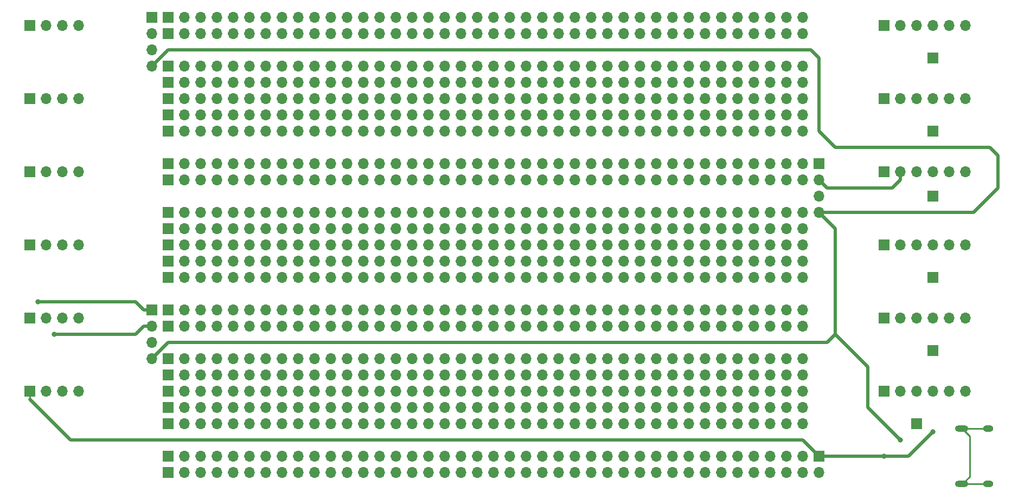
<source format=gbr>
%TF.GenerationSoftware,KiCad,Pcbnew,(6.0.1)*%
%TF.CreationDate,2022-02-24T11:21:48+13:00*%
%TF.ProjectId,perma-proto-board,7065726d-612d-4707-926f-746f2d626f61,rev?*%
%TF.SameCoordinates,Original*%
%TF.FileFunction,Copper,L2,Bot*%
%TF.FilePolarity,Positive*%
%FSLAX46Y46*%
G04 Gerber Fmt 4.6, Leading zero omitted, Abs format (unit mm)*
G04 Created by KiCad (PCBNEW (6.0.1)) date 2022-02-24 11:21:48*
%MOMM*%
%LPD*%
G01*
G04 APERTURE LIST*
%TA.AperFunction,ComponentPad*%
%ADD10R,1.700000X1.700000*%
%TD*%
%TA.AperFunction,ComponentPad*%
%ADD11O,1.700000X1.700000*%
%TD*%
%TA.AperFunction,ComponentPad*%
%ADD12O,1.600000X1.000000*%
%TD*%
%TA.AperFunction,ComponentPad*%
%ADD13O,2.100000X1.000000*%
%TD*%
%TA.AperFunction,ViaPad*%
%ADD14C,0.800000*%
%TD*%
%TA.AperFunction,Conductor*%
%ADD15C,0.500000*%
%TD*%
%TA.AperFunction,Conductor*%
%ADD16C,0.250000*%
%TD*%
G04 APERTURE END LIST*
D10*
%TO.P,J39,1,Pin_1*%
%TO.N,R_8*%
X71120000Y-104140000D03*
D11*
%TO.P,J39,2,Pin_2*%
X73660000Y-104140000D03*
%TO.P,J39,3,Pin_3*%
X76200000Y-104140000D03*
%TO.P,J39,4,Pin_4*%
X78740000Y-104140000D03*
%TO.P,J39,5,Pin_5*%
X81280000Y-104140000D03*
%TO.P,J39,6,Pin_6*%
X83820000Y-104140000D03*
%TO.P,J39,7,Pin_7*%
X86360000Y-104140000D03*
%TO.P,J39,8,Pin_8*%
X88900000Y-104140000D03*
%TO.P,J39,9,Pin_9*%
X91440000Y-104140000D03*
%TO.P,J39,10,Pin_10*%
X93980000Y-104140000D03*
%TO.P,J39,11,Pin_11*%
X96520000Y-104140000D03*
%TO.P,J39,12,Pin_12*%
X99060000Y-104140000D03*
%TO.P,J39,13,Pin_13*%
X101600000Y-104140000D03*
%TO.P,J39,14,Pin_14*%
X104140000Y-104140000D03*
%TO.P,J39,15,Pin_15*%
X106680000Y-104140000D03*
%TO.P,J39,16,Pin_16*%
X109220000Y-104140000D03*
%TO.P,J39,17,Pin_17*%
X111760000Y-104140000D03*
%TO.P,J39,18,Pin_18*%
X114300000Y-104140000D03*
%TO.P,J39,19,Pin_19*%
X116840000Y-104140000D03*
%TO.P,J39,20,Pin_20*%
X119380000Y-104140000D03*
%TO.P,J39,21,Pin_21*%
X121920000Y-104140000D03*
%TO.P,J39,22,Pin_22*%
X124460000Y-104140000D03*
%TO.P,J39,23,Pin_23*%
X127000000Y-104140000D03*
%TO.P,J39,24,Pin_24*%
X129540000Y-104140000D03*
%TO.P,J39,25,Pin_25*%
X132080000Y-104140000D03*
%TO.P,J39,26,Pin_26*%
X134620000Y-104140000D03*
%TO.P,J39,27,Pin_27*%
X137160000Y-104140000D03*
%TO.P,J39,28,Pin_28*%
X139700000Y-104140000D03*
%TO.P,J39,29,Pin_29*%
X142240000Y-104140000D03*
%TO.P,J39,30,Pin_30*%
X144780000Y-104140000D03*
%TO.P,J39,31,Pin_31*%
X147320000Y-104140000D03*
%TO.P,J39,32,Pin_32*%
X149860000Y-104140000D03*
%TO.P,J39,33,Pin_33*%
X152400000Y-104140000D03*
%TO.P,J39,34,Pin_34*%
X154940000Y-104140000D03*
%TO.P,J39,35,Pin_35*%
X157480000Y-104140000D03*
%TO.P,J39,36,Pin_36*%
X160020000Y-104140000D03*
%TO.P,J39,37,Pin_37*%
X162560000Y-104140000D03*
%TO.P,J39,38,Pin_38*%
X165100000Y-104140000D03*
%TO.P,J39,39,Pin_39*%
X167640000Y-104140000D03*
%TO.P,J39,40,Pin_40*%
X170180000Y-104140000D03*
%TD*%
D10*
%TO.P,J38,1,Pin_1*%
%TO.N,R_7*%
X71120000Y-101600000D03*
D11*
%TO.P,J38,2,Pin_2*%
X73660000Y-101600000D03*
%TO.P,J38,3,Pin_3*%
X76200000Y-101600000D03*
%TO.P,J38,4,Pin_4*%
X78740000Y-101600000D03*
%TO.P,J38,5,Pin_5*%
X81280000Y-101600000D03*
%TO.P,J38,6,Pin_6*%
X83820000Y-101600000D03*
%TO.P,J38,7,Pin_7*%
X86360000Y-101600000D03*
%TO.P,J38,8,Pin_8*%
X88900000Y-101600000D03*
%TO.P,J38,9,Pin_9*%
X91440000Y-101600000D03*
%TO.P,J38,10,Pin_10*%
X93980000Y-101600000D03*
%TO.P,J38,11,Pin_11*%
X96520000Y-101600000D03*
%TO.P,J38,12,Pin_12*%
X99060000Y-101600000D03*
%TO.P,J38,13,Pin_13*%
X101600000Y-101600000D03*
%TO.P,J38,14,Pin_14*%
X104140000Y-101600000D03*
%TO.P,J38,15,Pin_15*%
X106680000Y-101600000D03*
%TO.P,J38,16,Pin_16*%
X109220000Y-101600000D03*
%TO.P,J38,17,Pin_17*%
X111760000Y-101600000D03*
%TO.P,J38,18,Pin_18*%
X114300000Y-101600000D03*
%TO.P,J38,19,Pin_19*%
X116840000Y-101600000D03*
%TO.P,J38,20,Pin_20*%
X119380000Y-101600000D03*
%TO.P,J38,21,Pin_21*%
X121920000Y-101600000D03*
%TO.P,J38,22,Pin_22*%
X124460000Y-101600000D03*
%TO.P,J38,23,Pin_23*%
X127000000Y-101600000D03*
%TO.P,J38,24,Pin_24*%
X129540000Y-101600000D03*
%TO.P,J38,25,Pin_25*%
X132080000Y-101600000D03*
%TO.P,J38,26,Pin_26*%
X134620000Y-101600000D03*
%TO.P,J38,27,Pin_27*%
X137160000Y-101600000D03*
%TO.P,J38,28,Pin_28*%
X139700000Y-101600000D03*
%TO.P,J38,29,Pin_29*%
X142240000Y-101600000D03*
%TO.P,J38,30,Pin_30*%
X144780000Y-101600000D03*
%TO.P,J38,31,Pin_31*%
X147320000Y-101600000D03*
%TO.P,J38,32,Pin_32*%
X149860000Y-101600000D03*
%TO.P,J38,33,Pin_33*%
X152400000Y-101600000D03*
%TO.P,J38,34,Pin_34*%
X154940000Y-101600000D03*
%TO.P,J38,35,Pin_35*%
X157480000Y-101600000D03*
%TO.P,J38,36,Pin_36*%
X160020000Y-101600000D03*
%TO.P,J38,37,Pin_37*%
X162560000Y-101600000D03*
%TO.P,J38,38,Pin_38*%
X165100000Y-101600000D03*
%TO.P,J38,39,Pin_39*%
X167640000Y-101600000D03*
%TO.P,J38,40,Pin_40*%
X170180000Y-101600000D03*
%TD*%
D10*
%TO.P,J37,1,Pin_1*%
%TO.N,R_6*%
X71120000Y-81280000D03*
D11*
%TO.P,J37,2,Pin_2*%
X73660000Y-81280000D03*
%TO.P,J37,3,Pin_3*%
X76200000Y-81280000D03*
%TO.P,J37,4,Pin_4*%
X78740000Y-81280000D03*
%TO.P,J37,5,Pin_5*%
X81280000Y-81280000D03*
%TO.P,J37,6,Pin_6*%
X83820000Y-81280000D03*
%TO.P,J37,7,Pin_7*%
X86360000Y-81280000D03*
%TO.P,J37,8,Pin_8*%
X88900000Y-81280000D03*
%TO.P,J37,9,Pin_9*%
X91440000Y-81280000D03*
%TO.P,J37,10,Pin_10*%
X93980000Y-81280000D03*
%TO.P,J37,11,Pin_11*%
X96520000Y-81280000D03*
%TO.P,J37,12,Pin_12*%
X99060000Y-81280000D03*
%TO.P,J37,13,Pin_13*%
X101600000Y-81280000D03*
%TO.P,J37,14,Pin_14*%
X104140000Y-81280000D03*
%TO.P,J37,15,Pin_15*%
X106680000Y-81280000D03*
%TO.P,J37,16,Pin_16*%
X109220000Y-81280000D03*
%TO.P,J37,17,Pin_17*%
X111760000Y-81280000D03*
%TO.P,J37,18,Pin_18*%
X114300000Y-81280000D03*
%TO.P,J37,19,Pin_19*%
X116840000Y-81280000D03*
%TO.P,J37,20,Pin_20*%
X119380000Y-81280000D03*
%TO.P,J37,21,Pin_21*%
X121920000Y-81280000D03*
%TO.P,J37,22,Pin_22*%
X124460000Y-81280000D03*
%TO.P,J37,23,Pin_23*%
X127000000Y-81280000D03*
%TO.P,J37,24,Pin_24*%
X129540000Y-81280000D03*
%TO.P,J37,25,Pin_25*%
X132080000Y-81280000D03*
%TO.P,J37,26,Pin_26*%
X134620000Y-81280000D03*
%TO.P,J37,27,Pin_27*%
X137160000Y-81280000D03*
%TO.P,J37,28,Pin_28*%
X139700000Y-81280000D03*
%TO.P,J37,29,Pin_29*%
X142240000Y-81280000D03*
%TO.P,J37,30,Pin_30*%
X144780000Y-81280000D03*
%TO.P,J37,31,Pin_31*%
X147320000Y-81280000D03*
%TO.P,J37,32,Pin_32*%
X149860000Y-81280000D03*
%TO.P,J37,33,Pin_33*%
X152400000Y-81280000D03*
%TO.P,J37,34,Pin_34*%
X154940000Y-81280000D03*
%TO.P,J37,35,Pin_35*%
X157480000Y-81280000D03*
%TO.P,J37,36,Pin_36*%
X160020000Y-81280000D03*
%TO.P,J37,37,Pin_37*%
X162560000Y-81280000D03*
%TO.P,J37,38,Pin_38*%
X165100000Y-81280000D03*
%TO.P,J37,39,Pin_39*%
X167640000Y-81280000D03*
%TO.P,J37,40,Pin_40*%
X170180000Y-81280000D03*
%TD*%
D10*
%TO.P,J36,1,Pin_1*%
%TO.N,R_5*%
X71125000Y-78740000D03*
D11*
%TO.P,J36,2,Pin_2*%
X73665000Y-78740000D03*
%TO.P,J36,3,Pin_3*%
X76205000Y-78740000D03*
%TO.P,J36,4,Pin_4*%
X78745000Y-78740000D03*
%TO.P,J36,5,Pin_5*%
X81285000Y-78740000D03*
%TO.P,J36,6,Pin_6*%
X83825000Y-78740000D03*
%TO.P,J36,7,Pin_7*%
X86365000Y-78740000D03*
%TO.P,J36,8,Pin_8*%
X88905000Y-78740000D03*
%TO.P,J36,9,Pin_9*%
X91445000Y-78740000D03*
%TO.P,J36,10,Pin_10*%
X93985000Y-78740000D03*
%TO.P,J36,11,Pin_11*%
X96525000Y-78740000D03*
%TO.P,J36,12,Pin_12*%
X99065000Y-78740000D03*
%TO.P,J36,13,Pin_13*%
X101605000Y-78740000D03*
%TO.P,J36,14,Pin_14*%
X104145000Y-78740000D03*
%TO.P,J36,15,Pin_15*%
X106685000Y-78740000D03*
%TO.P,J36,16,Pin_16*%
X109225000Y-78740000D03*
%TO.P,J36,17,Pin_17*%
X111765000Y-78740000D03*
%TO.P,J36,18,Pin_18*%
X114305000Y-78740000D03*
%TO.P,J36,19,Pin_19*%
X116845000Y-78740000D03*
%TO.P,J36,20,Pin_20*%
X119385000Y-78740000D03*
%TO.P,J36,21,Pin_21*%
X121925000Y-78740000D03*
%TO.P,J36,22,Pin_22*%
X124465000Y-78740000D03*
%TO.P,J36,23,Pin_23*%
X127005000Y-78740000D03*
%TO.P,J36,24,Pin_24*%
X129545000Y-78740000D03*
%TO.P,J36,25,Pin_25*%
X132085000Y-78740000D03*
%TO.P,J36,26,Pin_26*%
X134625000Y-78740000D03*
%TO.P,J36,27,Pin_27*%
X137165000Y-78740000D03*
%TO.P,J36,28,Pin_28*%
X139705000Y-78740000D03*
%TO.P,J36,29,Pin_29*%
X142245000Y-78740000D03*
%TO.P,J36,30,Pin_30*%
X144785000Y-78740000D03*
%TO.P,J36,31,Pin_31*%
X147325000Y-78740000D03*
%TO.P,J36,32,Pin_32*%
X149865000Y-78740000D03*
%TO.P,J36,33,Pin_33*%
X152405000Y-78740000D03*
%TO.P,J36,34,Pin_34*%
X154945000Y-78740000D03*
%TO.P,J36,35,Pin_35*%
X157485000Y-78740000D03*
%TO.P,J36,36,Pin_36*%
X160025000Y-78740000D03*
%TO.P,J36,37,Pin_37*%
X162565000Y-78740000D03*
%TO.P,J36,38,Pin_38*%
X165105000Y-78740000D03*
%TO.P,J36,39,Pin_39*%
X167645000Y-78740000D03*
%TO.P,J36,40,Pin_40*%
X170185000Y-78740000D03*
%TD*%
D10*
%TO.P,J35,1,Pin_1*%
%TO.N,R_4*%
X71125000Y-58420000D03*
D11*
%TO.P,J35,2,Pin_2*%
X73665000Y-58420000D03*
%TO.P,J35,3,Pin_3*%
X76205000Y-58420000D03*
%TO.P,J35,4,Pin_4*%
X78745000Y-58420000D03*
%TO.P,J35,5,Pin_5*%
X81285000Y-58420000D03*
%TO.P,J35,6,Pin_6*%
X83825000Y-58420000D03*
%TO.P,J35,7,Pin_7*%
X86365000Y-58420000D03*
%TO.P,J35,8,Pin_8*%
X88905000Y-58420000D03*
%TO.P,J35,9,Pin_9*%
X91445000Y-58420000D03*
%TO.P,J35,10,Pin_10*%
X93985000Y-58420000D03*
%TO.P,J35,11,Pin_11*%
X96525000Y-58420000D03*
%TO.P,J35,12,Pin_12*%
X99065000Y-58420000D03*
%TO.P,J35,13,Pin_13*%
X101605000Y-58420000D03*
%TO.P,J35,14,Pin_14*%
X104145000Y-58420000D03*
%TO.P,J35,15,Pin_15*%
X106685000Y-58420000D03*
%TO.P,J35,16,Pin_16*%
X109225000Y-58420000D03*
%TO.P,J35,17,Pin_17*%
X111765000Y-58420000D03*
%TO.P,J35,18,Pin_18*%
X114305000Y-58420000D03*
%TO.P,J35,19,Pin_19*%
X116845000Y-58420000D03*
%TO.P,J35,20,Pin_20*%
X119385000Y-58420000D03*
%TO.P,J35,21,Pin_21*%
X121925000Y-58420000D03*
%TO.P,J35,22,Pin_22*%
X124465000Y-58420000D03*
%TO.P,J35,23,Pin_23*%
X127005000Y-58420000D03*
%TO.P,J35,24,Pin_24*%
X129545000Y-58420000D03*
%TO.P,J35,25,Pin_25*%
X132085000Y-58420000D03*
%TO.P,J35,26,Pin_26*%
X134625000Y-58420000D03*
%TO.P,J35,27,Pin_27*%
X137165000Y-58420000D03*
%TO.P,J35,28,Pin_28*%
X139705000Y-58420000D03*
%TO.P,J35,29,Pin_29*%
X142245000Y-58420000D03*
%TO.P,J35,30,Pin_30*%
X144785000Y-58420000D03*
%TO.P,J35,31,Pin_31*%
X147325000Y-58420000D03*
%TO.P,J35,32,Pin_32*%
X149865000Y-58420000D03*
%TO.P,J35,33,Pin_33*%
X152405000Y-58420000D03*
%TO.P,J35,34,Pin_34*%
X154945000Y-58420000D03*
%TO.P,J35,35,Pin_35*%
X157485000Y-58420000D03*
%TO.P,J35,36,Pin_36*%
X160025000Y-58420000D03*
%TO.P,J35,37,Pin_37*%
X162565000Y-58420000D03*
%TO.P,J35,38,Pin_38*%
X165105000Y-58420000D03*
%TO.P,J35,39,Pin_39*%
X167645000Y-58420000D03*
%TO.P,J35,40,Pin_40*%
X170185000Y-58420000D03*
%TD*%
D10*
%TO.P,J34,1,Pin_1*%
%TO.N,R_3*%
X71120000Y-55880000D03*
D11*
%TO.P,J34,2,Pin_2*%
X73660000Y-55880000D03*
%TO.P,J34,3,Pin_3*%
X76200000Y-55880000D03*
%TO.P,J34,4,Pin_4*%
X78740000Y-55880000D03*
%TO.P,J34,5,Pin_5*%
X81280000Y-55880000D03*
%TO.P,J34,6,Pin_6*%
X83820000Y-55880000D03*
%TO.P,J34,7,Pin_7*%
X86360000Y-55880000D03*
%TO.P,J34,8,Pin_8*%
X88900000Y-55880000D03*
%TO.P,J34,9,Pin_9*%
X91440000Y-55880000D03*
%TO.P,J34,10,Pin_10*%
X93980000Y-55880000D03*
%TO.P,J34,11,Pin_11*%
X96520000Y-55880000D03*
%TO.P,J34,12,Pin_12*%
X99060000Y-55880000D03*
%TO.P,J34,13,Pin_13*%
X101600000Y-55880000D03*
%TO.P,J34,14,Pin_14*%
X104140000Y-55880000D03*
%TO.P,J34,15,Pin_15*%
X106680000Y-55880000D03*
%TO.P,J34,16,Pin_16*%
X109220000Y-55880000D03*
%TO.P,J34,17,Pin_17*%
X111760000Y-55880000D03*
%TO.P,J34,18,Pin_18*%
X114300000Y-55880000D03*
%TO.P,J34,19,Pin_19*%
X116840000Y-55880000D03*
%TO.P,J34,20,Pin_20*%
X119380000Y-55880000D03*
%TO.P,J34,21,Pin_21*%
X121920000Y-55880000D03*
%TO.P,J34,22,Pin_22*%
X124460000Y-55880000D03*
%TO.P,J34,23,Pin_23*%
X127000000Y-55880000D03*
%TO.P,J34,24,Pin_24*%
X129540000Y-55880000D03*
%TO.P,J34,25,Pin_25*%
X132080000Y-55880000D03*
%TO.P,J34,26,Pin_26*%
X134620000Y-55880000D03*
%TO.P,J34,27,Pin_27*%
X137160000Y-55880000D03*
%TO.P,J34,28,Pin_28*%
X139700000Y-55880000D03*
%TO.P,J34,29,Pin_29*%
X142240000Y-55880000D03*
%TO.P,J34,30,Pin_30*%
X144780000Y-55880000D03*
%TO.P,J34,31,Pin_31*%
X147320000Y-55880000D03*
%TO.P,J34,32,Pin_32*%
X149860000Y-55880000D03*
%TO.P,J34,33,Pin_33*%
X152400000Y-55880000D03*
%TO.P,J34,34,Pin_34*%
X154940000Y-55880000D03*
%TO.P,J34,35,Pin_35*%
X157480000Y-55880000D03*
%TO.P,J34,36,Pin_36*%
X160020000Y-55880000D03*
%TO.P,J34,37,Pin_37*%
X162560000Y-55880000D03*
%TO.P,J34,38,Pin_38*%
X165100000Y-55880000D03*
%TO.P,J34,39,Pin_39*%
X167640000Y-55880000D03*
%TO.P,J34,40,Pin_40*%
X170180000Y-55880000D03*
%TD*%
D10*
%TO.P,J33,1,Pin_1*%
%TO.N,R_2*%
X71125000Y-35560000D03*
D11*
%TO.P,J33,2,Pin_2*%
X73665000Y-35560000D03*
%TO.P,J33,3,Pin_3*%
X76205000Y-35560000D03*
%TO.P,J33,4,Pin_4*%
X78745000Y-35560000D03*
%TO.P,J33,5,Pin_5*%
X81285000Y-35560000D03*
%TO.P,J33,6,Pin_6*%
X83825000Y-35560000D03*
%TO.P,J33,7,Pin_7*%
X86365000Y-35560000D03*
%TO.P,J33,8,Pin_8*%
X88905000Y-35560000D03*
%TO.P,J33,9,Pin_9*%
X91445000Y-35560000D03*
%TO.P,J33,10,Pin_10*%
X93985000Y-35560000D03*
%TO.P,J33,11,Pin_11*%
X96525000Y-35560000D03*
%TO.P,J33,12,Pin_12*%
X99065000Y-35560000D03*
%TO.P,J33,13,Pin_13*%
X101605000Y-35560000D03*
%TO.P,J33,14,Pin_14*%
X104145000Y-35560000D03*
%TO.P,J33,15,Pin_15*%
X106685000Y-35560000D03*
%TO.P,J33,16,Pin_16*%
X109225000Y-35560000D03*
%TO.P,J33,17,Pin_17*%
X111765000Y-35560000D03*
%TO.P,J33,18,Pin_18*%
X114305000Y-35560000D03*
%TO.P,J33,19,Pin_19*%
X116845000Y-35560000D03*
%TO.P,J33,20,Pin_20*%
X119385000Y-35560000D03*
%TO.P,J33,21,Pin_21*%
X121925000Y-35560000D03*
%TO.P,J33,22,Pin_22*%
X124465000Y-35560000D03*
%TO.P,J33,23,Pin_23*%
X127005000Y-35560000D03*
%TO.P,J33,24,Pin_24*%
X129545000Y-35560000D03*
%TO.P,J33,25,Pin_25*%
X132085000Y-35560000D03*
%TO.P,J33,26,Pin_26*%
X134625000Y-35560000D03*
%TO.P,J33,27,Pin_27*%
X137165000Y-35560000D03*
%TO.P,J33,28,Pin_28*%
X139705000Y-35560000D03*
%TO.P,J33,29,Pin_29*%
X142245000Y-35560000D03*
%TO.P,J33,30,Pin_30*%
X144785000Y-35560000D03*
%TO.P,J33,31,Pin_31*%
X147325000Y-35560000D03*
%TO.P,J33,32,Pin_32*%
X149865000Y-35560000D03*
%TO.P,J33,33,Pin_33*%
X152405000Y-35560000D03*
%TO.P,J33,34,Pin_34*%
X154945000Y-35560000D03*
%TO.P,J33,35,Pin_35*%
X157485000Y-35560000D03*
%TO.P,J33,36,Pin_36*%
X160025000Y-35560000D03*
%TO.P,J33,37,Pin_37*%
X162565000Y-35560000D03*
%TO.P,J33,38,Pin_38*%
X165105000Y-35560000D03*
%TO.P,J33,39,Pin_39*%
X167645000Y-35560000D03*
%TO.P,J33,40,Pin_40*%
X170185000Y-35560000D03*
%TD*%
D10*
%TO.P,J32,1,Pin_1*%
%TO.N,R_1*%
X71125000Y-33020000D03*
D11*
%TO.P,J32,2,Pin_2*%
X73665000Y-33020000D03*
%TO.P,J32,3,Pin_3*%
X76205000Y-33020000D03*
%TO.P,J32,4,Pin_4*%
X78745000Y-33020000D03*
%TO.P,J32,5,Pin_5*%
X81285000Y-33020000D03*
%TO.P,J32,6,Pin_6*%
X83825000Y-33020000D03*
%TO.P,J32,7,Pin_7*%
X86365000Y-33020000D03*
%TO.P,J32,8,Pin_8*%
X88905000Y-33020000D03*
%TO.P,J32,9,Pin_9*%
X91445000Y-33020000D03*
%TO.P,J32,10,Pin_10*%
X93985000Y-33020000D03*
%TO.P,J32,11,Pin_11*%
X96525000Y-33020000D03*
%TO.P,J32,12,Pin_12*%
X99065000Y-33020000D03*
%TO.P,J32,13,Pin_13*%
X101605000Y-33020000D03*
%TO.P,J32,14,Pin_14*%
X104145000Y-33020000D03*
%TO.P,J32,15,Pin_15*%
X106685000Y-33020000D03*
%TO.P,J32,16,Pin_16*%
X109225000Y-33020000D03*
%TO.P,J32,17,Pin_17*%
X111765000Y-33020000D03*
%TO.P,J32,18,Pin_18*%
X114305000Y-33020000D03*
%TO.P,J32,19,Pin_19*%
X116845000Y-33020000D03*
%TO.P,J32,20,Pin_20*%
X119385000Y-33020000D03*
%TO.P,J32,21,Pin_21*%
X121925000Y-33020000D03*
%TO.P,J32,22,Pin_22*%
X124465000Y-33020000D03*
%TO.P,J32,23,Pin_23*%
X127005000Y-33020000D03*
%TO.P,J32,24,Pin_24*%
X129545000Y-33020000D03*
%TO.P,J32,25,Pin_25*%
X132085000Y-33020000D03*
%TO.P,J32,26,Pin_26*%
X134625000Y-33020000D03*
%TO.P,J32,27,Pin_27*%
X137165000Y-33020000D03*
%TO.P,J32,28,Pin_28*%
X139705000Y-33020000D03*
%TO.P,J32,29,Pin_29*%
X142245000Y-33020000D03*
%TO.P,J32,30,Pin_30*%
X144785000Y-33020000D03*
%TO.P,J32,31,Pin_31*%
X147325000Y-33020000D03*
%TO.P,J32,32,Pin_32*%
X149865000Y-33020000D03*
%TO.P,J32,33,Pin_33*%
X152405000Y-33020000D03*
%TO.P,J32,34,Pin_34*%
X154945000Y-33020000D03*
%TO.P,J32,35,Pin_35*%
X157485000Y-33020000D03*
%TO.P,J32,36,Pin_36*%
X160025000Y-33020000D03*
%TO.P,J32,37,Pin_37*%
X162565000Y-33020000D03*
%TO.P,J32,38,Pin_38*%
X165105000Y-33020000D03*
%TO.P,J32,39,Pin_39*%
X167645000Y-33020000D03*
%TO.P,J32,40,Pin_40*%
X170185000Y-33020000D03*
%TD*%
D10*
%TO.P,J27,1,Pin_1*%
%TO.N,C_01*%
X71120000Y-96520000D03*
D11*
%TO.P,J27,2,Pin_2*%
%TO.N,C_02*%
X73660000Y-96520000D03*
%TO.P,J27,3,Pin_3*%
%TO.N,C_03*%
X76200000Y-96520000D03*
%TO.P,J27,4,Pin_4*%
%TO.N,C_04*%
X78740000Y-96520000D03*
%TO.P,J27,5,Pin_5*%
%TO.N,C_05*%
X81280000Y-96520000D03*
%TO.P,J27,6,Pin_6*%
%TO.N,C_06*%
X83820000Y-96520000D03*
%TO.P,J27,7,Pin_7*%
%TO.N,C_07*%
X86360000Y-96520000D03*
%TO.P,J27,8,Pin_8*%
%TO.N,C_08*%
X88900000Y-96520000D03*
%TO.P,J27,9,Pin_9*%
%TO.N,C_09*%
X91440000Y-96520000D03*
%TO.P,J27,10,Pin_10*%
%TO.N,C_10*%
X93980000Y-96520000D03*
%TO.P,J27,11,Pin_11*%
%TO.N,C_11*%
X96520000Y-96520000D03*
%TO.P,J27,12,Pin_12*%
%TO.N,C_12*%
X99060000Y-96520000D03*
%TO.P,J27,13,Pin_13*%
%TO.N,C_13*%
X101600000Y-96520000D03*
%TO.P,J27,14,Pin_14*%
%TO.N,C_14*%
X104140000Y-96520000D03*
%TO.P,J27,15,Pin_15*%
%TO.N,C_15*%
X106680000Y-96520000D03*
%TO.P,J27,16,Pin_16*%
%TO.N,C_16*%
X109220000Y-96520000D03*
%TO.P,J27,17,Pin_17*%
%TO.N,C_17*%
X111760000Y-96520000D03*
%TO.P,J27,18,Pin_18*%
%TO.N,C_18*%
X114300000Y-96520000D03*
%TO.P,J27,19,Pin_19*%
%TO.N,C_19*%
X116840000Y-96520000D03*
%TO.P,J27,20,Pin_20*%
%TO.N,C_20*%
X119380000Y-96520000D03*
%TO.P,J27,21,Pin_21*%
%TO.N,C_21*%
X121920000Y-96520000D03*
%TO.P,J27,22,Pin_22*%
%TO.N,C_22*%
X124460000Y-96520000D03*
%TO.P,J27,23,Pin_23*%
%TO.N,C_23*%
X127000000Y-96520000D03*
%TO.P,J27,24,Pin_24*%
%TO.N,C_24*%
X129540000Y-96520000D03*
%TO.P,J27,25,Pin_25*%
%TO.N,C_25*%
X132080000Y-96520000D03*
%TO.P,J27,26,Pin_26*%
%TO.N,C_26*%
X134620000Y-96520000D03*
%TO.P,J27,27,Pin_27*%
%TO.N,C_27*%
X137160000Y-96520000D03*
%TO.P,J27,28,Pin_28*%
%TO.N,C_28*%
X139700000Y-96520000D03*
%TO.P,J27,29,Pin_29*%
%TO.N,C_29*%
X142240000Y-96520000D03*
%TO.P,J27,30,Pin_30*%
%TO.N,C_30*%
X144780000Y-96520000D03*
%TO.P,J27,31,Pin_31*%
%TO.N,C_31*%
X147320000Y-96520000D03*
%TO.P,J27,32,Pin_32*%
%TO.N,C_32*%
X149860000Y-96520000D03*
%TO.P,J27,33,Pin_33*%
%TO.N,C_33*%
X152400000Y-96520000D03*
%TO.P,J27,34,Pin_34*%
%TO.N,C_34*%
X154940000Y-96520000D03*
%TO.P,J27,35,Pin_35*%
%TO.N,C_35*%
X157480000Y-96520000D03*
%TO.P,J27,36,Pin_36*%
%TO.N,C_36*%
X160020000Y-96520000D03*
%TO.P,J27,37,Pin_37*%
%TO.N,C_37*%
X162560000Y-96520000D03*
%TO.P,J27,38,Pin_38*%
%TO.N,C_38*%
X165100000Y-96520000D03*
%TO.P,J27,39,Pin_39*%
%TO.N,C_39*%
X167640000Y-96520000D03*
%TO.P,J27,40,Pin_40*%
%TO.N,C_40*%
X170180000Y-96520000D03*
%TD*%
D10*
%TO.P,J2,1,Pin_1*%
%TO.N,GND*%
X182880000Y-45720000D03*
D11*
%TO.P,J2,2,Pin_2*%
%TO.N,+3V3*%
X185420000Y-45720000D03*
%TO.P,J2,3,Pin_3*%
%TO.N,SPI_CLK*%
X187960000Y-45720000D03*
%TO.P,J2,4,Pin_4*%
%TO.N,SPI_02_CS*%
X190500000Y-45720000D03*
%TO.P,J2,5,Pin_5*%
%TO.N,SPI_MISO*%
X193040000Y-45720000D03*
%TO.P,J2,6,Pin_6*%
%TO.N,SPI_MOSI*%
X195580000Y-45720000D03*
%TD*%
D10*
%TO.P,J7,1,Pin_1*%
%TO.N,GND*%
X49530000Y-34290000D03*
D11*
%TO.P,J7,2,Pin_2*%
%TO.N,+3V3*%
X52070000Y-34290000D03*
%TO.P,J7,3,Pin_3*%
%TO.N,SCL*%
X54610000Y-34290000D03*
%TO.P,J7,4,Pin_4*%
%TO.N,SDA*%
X57150000Y-34290000D03*
%TD*%
D10*
%TO.P,J23,1,Pin_1*%
%TO.N,C_01*%
X71120000Y-86360000D03*
D11*
%TO.P,J23,2,Pin_2*%
%TO.N,C_02*%
X73660000Y-86360000D03*
%TO.P,J23,3,Pin_3*%
%TO.N,C_03*%
X76200000Y-86360000D03*
%TO.P,J23,4,Pin_4*%
%TO.N,C_04*%
X78740000Y-86360000D03*
%TO.P,J23,5,Pin_5*%
%TO.N,C_05*%
X81280000Y-86360000D03*
%TO.P,J23,6,Pin_6*%
%TO.N,C_06*%
X83820000Y-86360000D03*
%TO.P,J23,7,Pin_7*%
%TO.N,C_07*%
X86360000Y-86360000D03*
%TO.P,J23,8,Pin_8*%
%TO.N,C_08*%
X88900000Y-86360000D03*
%TO.P,J23,9,Pin_9*%
%TO.N,C_09*%
X91440000Y-86360000D03*
%TO.P,J23,10,Pin_10*%
%TO.N,C_10*%
X93980000Y-86360000D03*
%TO.P,J23,11,Pin_11*%
%TO.N,C_11*%
X96520000Y-86360000D03*
%TO.P,J23,12,Pin_12*%
%TO.N,C_12*%
X99060000Y-86360000D03*
%TO.P,J23,13,Pin_13*%
%TO.N,C_13*%
X101600000Y-86360000D03*
%TO.P,J23,14,Pin_14*%
%TO.N,C_14*%
X104140000Y-86360000D03*
%TO.P,J23,15,Pin_15*%
%TO.N,C_15*%
X106680000Y-86360000D03*
%TO.P,J23,16,Pin_16*%
%TO.N,C_16*%
X109220000Y-86360000D03*
%TO.P,J23,17,Pin_17*%
%TO.N,C_17*%
X111760000Y-86360000D03*
%TO.P,J23,18,Pin_18*%
%TO.N,C_18*%
X114300000Y-86360000D03*
%TO.P,J23,19,Pin_19*%
%TO.N,C_19*%
X116840000Y-86360000D03*
%TO.P,J23,20,Pin_20*%
%TO.N,C_20*%
X119380000Y-86360000D03*
%TO.P,J23,21,Pin_21*%
%TO.N,C_21*%
X121920000Y-86360000D03*
%TO.P,J23,22,Pin_22*%
%TO.N,C_22*%
X124460000Y-86360000D03*
%TO.P,J23,23,Pin_23*%
%TO.N,C_23*%
X127000000Y-86360000D03*
%TO.P,J23,24,Pin_24*%
%TO.N,C_24*%
X129540000Y-86360000D03*
%TO.P,J23,25,Pin_25*%
%TO.N,C_25*%
X132080000Y-86360000D03*
%TO.P,J23,26,Pin_26*%
%TO.N,C_26*%
X134620000Y-86360000D03*
%TO.P,J23,27,Pin_27*%
%TO.N,C_27*%
X137160000Y-86360000D03*
%TO.P,J23,28,Pin_28*%
%TO.N,C_28*%
X139700000Y-86360000D03*
%TO.P,J23,29,Pin_29*%
%TO.N,C_29*%
X142240000Y-86360000D03*
%TO.P,J23,30,Pin_30*%
%TO.N,C_30*%
X144780000Y-86360000D03*
%TO.P,J23,31,Pin_31*%
%TO.N,C_31*%
X147320000Y-86360000D03*
%TO.P,J23,32,Pin_32*%
%TO.N,C_32*%
X149860000Y-86360000D03*
%TO.P,J23,33,Pin_33*%
%TO.N,C_33*%
X152400000Y-86360000D03*
%TO.P,J23,34,Pin_34*%
%TO.N,C_34*%
X154940000Y-86360000D03*
%TO.P,J23,35,Pin_35*%
%TO.N,C_35*%
X157480000Y-86360000D03*
%TO.P,J23,36,Pin_36*%
%TO.N,C_36*%
X160020000Y-86360000D03*
%TO.P,J23,37,Pin_37*%
%TO.N,C_37*%
X162560000Y-86360000D03*
%TO.P,J23,38,Pin_38*%
%TO.N,C_38*%
X165100000Y-86360000D03*
%TO.P,J23,39,Pin_39*%
%TO.N,C_39*%
X167640000Y-86360000D03*
%TO.P,J23,40,Pin_40*%
%TO.N,C_40*%
X170180000Y-86360000D03*
%TD*%
D10*
%TO.P,J15,1,Pin_1*%
%TO.N,A_01*%
X71120000Y-45720000D03*
D11*
%TO.P,J15,2,Pin_2*%
%TO.N,A_02*%
X73660000Y-45720000D03*
%TO.P,J15,3,Pin_3*%
%TO.N,A_03*%
X76200000Y-45720000D03*
%TO.P,J15,4,Pin_4*%
%TO.N,A_04*%
X78740000Y-45720000D03*
%TO.P,J15,5,Pin_5*%
%TO.N,A_05*%
X81280000Y-45720000D03*
%TO.P,J15,6,Pin_6*%
%TO.N,A_06*%
X83820000Y-45720000D03*
%TO.P,J15,7,Pin_7*%
%TO.N,A_07*%
X86360000Y-45720000D03*
%TO.P,J15,8,Pin_8*%
%TO.N,A_08*%
X88900000Y-45720000D03*
%TO.P,J15,9,Pin_9*%
%TO.N,A_09*%
X91440000Y-45720000D03*
%TO.P,J15,10,Pin_10*%
%TO.N,A_10*%
X93980000Y-45720000D03*
%TO.P,J15,11,Pin_11*%
%TO.N,A_11*%
X96520000Y-45720000D03*
%TO.P,J15,12,Pin_12*%
%TO.N,A_12*%
X99060000Y-45720000D03*
%TO.P,J15,13,Pin_13*%
%TO.N,A_13*%
X101600000Y-45720000D03*
%TO.P,J15,14,Pin_14*%
%TO.N,A_14*%
X104140000Y-45720000D03*
%TO.P,J15,15,Pin_15*%
%TO.N,A_15*%
X106680000Y-45720000D03*
%TO.P,J15,16,Pin_16*%
%TO.N,A_16*%
X109220000Y-45720000D03*
%TO.P,J15,17,Pin_17*%
%TO.N,A_17*%
X111760000Y-45720000D03*
%TO.P,J15,18,Pin_18*%
%TO.N,A_18*%
X114300000Y-45720000D03*
%TO.P,J15,19,Pin_19*%
%TO.N,A_19*%
X116840000Y-45720000D03*
%TO.P,J15,20,Pin_20*%
%TO.N,A_20*%
X119380000Y-45720000D03*
%TO.P,J15,21,Pin_21*%
%TO.N,A_21*%
X121920000Y-45720000D03*
%TO.P,J15,22,Pin_22*%
%TO.N,A_22*%
X124460000Y-45720000D03*
%TO.P,J15,23,Pin_23*%
%TO.N,A_23*%
X127000000Y-45720000D03*
%TO.P,J15,24,Pin_24*%
%TO.N,A_24*%
X129540000Y-45720000D03*
%TO.P,J15,25,Pin_25*%
%TO.N,A_25*%
X132080000Y-45720000D03*
%TO.P,J15,26,Pin_26*%
%TO.N,A_26*%
X134620000Y-45720000D03*
%TO.P,J15,27,Pin_27*%
%TO.N,A_27*%
X137160000Y-45720000D03*
%TO.P,J15,28,Pin_28*%
%TO.N,A_28*%
X139700000Y-45720000D03*
%TO.P,J15,29,Pin_29*%
%TO.N,A_29*%
X142240000Y-45720000D03*
%TO.P,J15,30,Pin_30*%
%TO.N,A_30*%
X144780000Y-45720000D03*
%TO.P,J15,31,Pin_31*%
%TO.N,A_31*%
X147320000Y-45720000D03*
%TO.P,J15,32,Pin_32*%
%TO.N,A_32*%
X149860000Y-45720000D03*
%TO.P,J15,33,Pin_33*%
%TO.N,A_33*%
X152400000Y-45720000D03*
%TO.P,J15,34,Pin_34*%
%TO.N,A_34*%
X154940000Y-45720000D03*
%TO.P,J15,35,Pin_35*%
%TO.N,A_35*%
X157480000Y-45720000D03*
%TO.P,J15,36,Pin_36*%
%TO.N,A_36*%
X160020000Y-45720000D03*
%TO.P,J15,37,Pin_37*%
%TO.N,A_37*%
X162560000Y-45720000D03*
%TO.P,J15,38,Pin_38*%
%TO.N,A_38*%
X165100000Y-45720000D03*
%TO.P,J15,39,Pin_39*%
%TO.N,A_39*%
X167640000Y-45720000D03*
%TO.P,J15,40,Pin_40*%
%TO.N,A_40*%
X170180000Y-45720000D03*
%TD*%
D10*
%TO.P,J25,1,Pin_1*%
%TO.N,C_01*%
X71120000Y-91440000D03*
D11*
%TO.P,J25,2,Pin_2*%
%TO.N,C_02*%
X73660000Y-91440000D03*
%TO.P,J25,3,Pin_3*%
%TO.N,C_03*%
X76200000Y-91440000D03*
%TO.P,J25,4,Pin_4*%
%TO.N,C_04*%
X78740000Y-91440000D03*
%TO.P,J25,5,Pin_5*%
%TO.N,C_05*%
X81280000Y-91440000D03*
%TO.P,J25,6,Pin_6*%
%TO.N,C_06*%
X83820000Y-91440000D03*
%TO.P,J25,7,Pin_7*%
%TO.N,C_07*%
X86360000Y-91440000D03*
%TO.P,J25,8,Pin_8*%
%TO.N,C_08*%
X88900000Y-91440000D03*
%TO.P,J25,9,Pin_9*%
%TO.N,C_09*%
X91440000Y-91440000D03*
%TO.P,J25,10,Pin_10*%
%TO.N,C_10*%
X93980000Y-91440000D03*
%TO.P,J25,11,Pin_11*%
%TO.N,C_11*%
X96520000Y-91440000D03*
%TO.P,J25,12,Pin_12*%
%TO.N,C_12*%
X99060000Y-91440000D03*
%TO.P,J25,13,Pin_13*%
%TO.N,C_13*%
X101600000Y-91440000D03*
%TO.P,J25,14,Pin_14*%
%TO.N,C_14*%
X104140000Y-91440000D03*
%TO.P,J25,15,Pin_15*%
%TO.N,C_15*%
X106680000Y-91440000D03*
%TO.P,J25,16,Pin_16*%
%TO.N,C_16*%
X109220000Y-91440000D03*
%TO.P,J25,17,Pin_17*%
%TO.N,C_17*%
X111760000Y-91440000D03*
%TO.P,J25,18,Pin_18*%
%TO.N,C_18*%
X114300000Y-91440000D03*
%TO.P,J25,19,Pin_19*%
%TO.N,C_19*%
X116840000Y-91440000D03*
%TO.P,J25,20,Pin_20*%
%TO.N,C_20*%
X119380000Y-91440000D03*
%TO.P,J25,21,Pin_21*%
%TO.N,C_21*%
X121920000Y-91440000D03*
%TO.P,J25,22,Pin_22*%
%TO.N,C_22*%
X124460000Y-91440000D03*
%TO.P,J25,23,Pin_23*%
%TO.N,C_23*%
X127000000Y-91440000D03*
%TO.P,J25,24,Pin_24*%
%TO.N,C_24*%
X129540000Y-91440000D03*
%TO.P,J25,25,Pin_25*%
%TO.N,C_25*%
X132080000Y-91440000D03*
%TO.P,J25,26,Pin_26*%
%TO.N,C_26*%
X134620000Y-91440000D03*
%TO.P,J25,27,Pin_27*%
%TO.N,C_27*%
X137160000Y-91440000D03*
%TO.P,J25,28,Pin_28*%
%TO.N,C_28*%
X139700000Y-91440000D03*
%TO.P,J25,29,Pin_29*%
%TO.N,C_29*%
X142240000Y-91440000D03*
%TO.P,J25,30,Pin_30*%
%TO.N,C_30*%
X144780000Y-91440000D03*
%TO.P,J25,31,Pin_31*%
%TO.N,C_31*%
X147320000Y-91440000D03*
%TO.P,J25,32,Pin_32*%
%TO.N,C_32*%
X149860000Y-91440000D03*
%TO.P,J25,33,Pin_33*%
%TO.N,C_33*%
X152400000Y-91440000D03*
%TO.P,J25,34,Pin_34*%
%TO.N,C_34*%
X154940000Y-91440000D03*
%TO.P,J25,35,Pin_35*%
%TO.N,C_35*%
X157480000Y-91440000D03*
%TO.P,J25,36,Pin_36*%
%TO.N,C_36*%
X160020000Y-91440000D03*
%TO.P,J25,37,Pin_37*%
%TO.N,C_37*%
X162560000Y-91440000D03*
%TO.P,J25,38,Pin_38*%
%TO.N,C_38*%
X165100000Y-91440000D03*
%TO.P,J25,39,Pin_39*%
%TO.N,C_39*%
X167640000Y-91440000D03*
%TO.P,J25,40,Pin_40*%
%TO.N,C_40*%
X170180000Y-91440000D03*
%TD*%
D10*
%TO.P,J12,1,Pin_1*%
%TO.N,GND*%
X49530000Y-68580000D03*
D11*
%TO.P,J12,2,Pin_2*%
%TO.N,+3V3*%
X52070000Y-68580000D03*
%TO.P,J12,3,Pin_3*%
%TO.N,SCL*%
X54610000Y-68580000D03*
%TO.P,J12,4,Pin_4*%
%TO.N,SDA*%
X57150000Y-68580000D03*
%TD*%
D12*
%TO.P,J40,S1,SHIELD*%
%TO.N,unconnected-(J40-PadS1)*%
X199170000Y-97280000D03*
X199170000Y-105920000D03*
D13*
X194990000Y-105920000D03*
X194990000Y-97280000D03*
%TD*%
D10*
%TO.P,J31,1,Pin_1*%
%TO.N,GND*%
X172720000Y-101600000D03*
D11*
%TO.P,J31,2,Pin_2*%
%TO.N,+3V3*%
X172720000Y-104140000D03*
%TD*%
D10*
%TO.P,J11,1,Pin_1*%
%TO.N,GND*%
X49540000Y-91440000D03*
D11*
%TO.P,J11,2,Pin_2*%
%TO.N,+3V3*%
X52080000Y-91440000D03*
%TO.P,J11,3,Pin_3*%
%TO.N,SCL*%
X54620000Y-91440000D03*
%TO.P,J11,4,Pin_4*%
%TO.N,SDA*%
X57160000Y-91440000D03*
%TD*%
D10*
%TO.P,J1,1,Pin_1*%
%TO.N,GND*%
X182880000Y-34290000D03*
D11*
%TO.P,J1,2,Pin_2*%
%TO.N,+3V3*%
X185420000Y-34290000D03*
%TO.P,J1,3,Pin_3*%
%TO.N,SPI_CLK*%
X187960000Y-34290000D03*
%TO.P,J1,4,Pin_4*%
%TO.N,SPI_01_CS*%
X190500000Y-34290000D03*
%TO.P,J1,5,Pin_5*%
%TO.N,SPI_MISO*%
X193040000Y-34290000D03*
%TO.P,J1,6,Pin_6*%
%TO.N,SPI_MOSI*%
X195580000Y-34290000D03*
%TD*%
D10*
%TO.P,J8,1,Pin_1*%
%TO.N,GND*%
X49540000Y-45720000D03*
D11*
%TO.P,J8,2,Pin_2*%
%TO.N,+3V3*%
X52080000Y-45720000D03*
%TO.P,J8,3,Pin_3*%
%TO.N,SCL*%
X54620000Y-45720000D03*
%TO.P,J8,4,Pin_4*%
%TO.N,SDA*%
X57160000Y-45720000D03*
%TD*%
D10*
%TO.P,J24,1,Pin_1*%
%TO.N,C_01*%
X71120000Y-88900000D03*
D11*
%TO.P,J24,2,Pin_2*%
%TO.N,C_02*%
X73660000Y-88900000D03*
%TO.P,J24,3,Pin_3*%
%TO.N,C_03*%
X76200000Y-88900000D03*
%TO.P,J24,4,Pin_4*%
%TO.N,C_04*%
X78740000Y-88900000D03*
%TO.P,J24,5,Pin_5*%
%TO.N,C_05*%
X81280000Y-88900000D03*
%TO.P,J24,6,Pin_6*%
%TO.N,C_06*%
X83820000Y-88900000D03*
%TO.P,J24,7,Pin_7*%
%TO.N,C_07*%
X86360000Y-88900000D03*
%TO.P,J24,8,Pin_8*%
%TO.N,C_08*%
X88900000Y-88900000D03*
%TO.P,J24,9,Pin_9*%
%TO.N,C_09*%
X91440000Y-88900000D03*
%TO.P,J24,10,Pin_10*%
%TO.N,C_10*%
X93980000Y-88900000D03*
%TO.P,J24,11,Pin_11*%
%TO.N,C_11*%
X96520000Y-88900000D03*
%TO.P,J24,12,Pin_12*%
%TO.N,C_12*%
X99060000Y-88900000D03*
%TO.P,J24,13,Pin_13*%
%TO.N,C_13*%
X101600000Y-88900000D03*
%TO.P,J24,14,Pin_14*%
%TO.N,C_14*%
X104140000Y-88900000D03*
%TO.P,J24,15,Pin_15*%
%TO.N,C_15*%
X106680000Y-88900000D03*
%TO.P,J24,16,Pin_16*%
%TO.N,C_16*%
X109220000Y-88900000D03*
%TO.P,J24,17,Pin_17*%
%TO.N,C_17*%
X111760000Y-88900000D03*
%TO.P,J24,18,Pin_18*%
%TO.N,C_18*%
X114300000Y-88900000D03*
%TO.P,J24,19,Pin_19*%
%TO.N,C_19*%
X116840000Y-88900000D03*
%TO.P,J24,20,Pin_20*%
%TO.N,C_20*%
X119380000Y-88900000D03*
%TO.P,J24,21,Pin_21*%
%TO.N,C_21*%
X121920000Y-88900000D03*
%TO.P,J24,22,Pin_22*%
%TO.N,C_22*%
X124460000Y-88900000D03*
%TO.P,J24,23,Pin_23*%
%TO.N,C_23*%
X127000000Y-88900000D03*
%TO.P,J24,24,Pin_24*%
%TO.N,C_24*%
X129540000Y-88900000D03*
%TO.P,J24,25,Pin_25*%
%TO.N,C_25*%
X132080000Y-88900000D03*
%TO.P,J24,26,Pin_26*%
%TO.N,C_26*%
X134620000Y-88900000D03*
%TO.P,J24,27,Pin_27*%
%TO.N,C_27*%
X137160000Y-88900000D03*
%TO.P,J24,28,Pin_28*%
%TO.N,C_28*%
X139700000Y-88900000D03*
%TO.P,J24,29,Pin_29*%
%TO.N,C_29*%
X142240000Y-88900000D03*
%TO.P,J24,30,Pin_30*%
%TO.N,C_30*%
X144780000Y-88900000D03*
%TO.P,J24,31,Pin_31*%
%TO.N,C_31*%
X147320000Y-88900000D03*
%TO.P,J24,32,Pin_32*%
%TO.N,C_32*%
X149860000Y-88900000D03*
%TO.P,J24,33,Pin_33*%
%TO.N,C_33*%
X152400000Y-88900000D03*
%TO.P,J24,34,Pin_34*%
%TO.N,C_34*%
X154940000Y-88900000D03*
%TO.P,J24,35,Pin_35*%
%TO.N,C_35*%
X157480000Y-88900000D03*
%TO.P,J24,36,Pin_36*%
%TO.N,C_36*%
X160020000Y-88900000D03*
%TO.P,J24,37,Pin_37*%
%TO.N,C_37*%
X162560000Y-88900000D03*
%TO.P,J24,38,Pin_38*%
%TO.N,C_38*%
X165100000Y-88900000D03*
%TO.P,J24,39,Pin_39*%
%TO.N,C_39*%
X167640000Y-88900000D03*
%TO.P,J24,40,Pin_40*%
%TO.N,C_40*%
X170180000Y-88900000D03*
%TD*%
D10*
%TO.P,J28,1,Pin_1*%
%TO.N,GND*%
X68580000Y-33030000D03*
D11*
%TO.P,J28,2,Pin_2*%
%TO.N,+3V3*%
X68580000Y-35570000D03*
%TO.P,J28,3,Pin_3*%
%TO.N,unconnected-(J28-Pad3)*%
X68580000Y-38110000D03*
%TO.P,J28,4,Pin_4*%
%TO.N,+5V*%
X68580000Y-40650000D03*
%TD*%
D10*
%TO.P,J16,1,Pin_1*%
%TO.N,A_01*%
X71120000Y-48260000D03*
D11*
%TO.P,J16,2,Pin_2*%
%TO.N,A_02*%
X73660000Y-48260000D03*
%TO.P,J16,3,Pin_3*%
%TO.N,A_03*%
X76200000Y-48260000D03*
%TO.P,J16,4,Pin_4*%
%TO.N,A_04*%
X78740000Y-48260000D03*
%TO.P,J16,5,Pin_5*%
%TO.N,A_05*%
X81280000Y-48260000D03*
%TO.P,J16,6,Pin_6*%
%TO.N,A_06*%
X83820000Y-48260000D03*
%TO.P,J16,7,Pin_7*%
%TO.N,A_07*%
X86360000Y-48260000D03*
%TO.P,J16,8,Pin_8*%
%TO.N,A_08*%
X88900000Y-48260000D03*
%TO.P,J16,9,Pin_9*%
%TO.N,A_09*%
X91440000Y-48260000D03*
%TO.P,J16,10,Pin_10*%
%TO.N,A_10*%
X93980000Y-48260000D03*
%TO.P,J16,11,Pin_11*%
%TO.N,A_11*%
X96520000Y-48260000D03*
%TO.P,J16,12,Pin_12*%
%TO.N,A_12*%
X99060000Y-48260000D03*
%TO.P,J16,13,Pin_13*%
%TO.N,A_13*%
X101600000Y-48260000D03*
%TO.P,J16,14,Pin_14*%
%TO.N,A_14*%
X104140000Y-48260000D03*
%TO.P,J16,15,Pin_15*%
%TO.N,A_15*%
X106680000Y-48260000D03*
%TO.P,J16,16,Pin_16*%
%TO.N,A_16*%
X109220000Y-48260000D03*
%TO.P,J16,17,Pin_17*%
%TO.N,A_17*%
X111760000Y-48260000D03*
%TO.P,J16,18,Pin_18*%
%TO.N,A_18*%
X114300000Y-48260000D03*
%TO.P,J16,19,Pin_19*%
%TO.N,A_19*%
X116840000Y-48260000D03*
%TO.P,J16,20,Pin_20*%
%TO.N,A_20*%
X119380000Y-48260000D03*
%TO.P,J16,21,Pin_21*%
%TO.N,A_21*%
X121920000Y-48260000D03*
%TO.P,J16,22,Pin_22*%
%TO.N,A_22*%
X124460000Y-48260000D03*
%TO.P,J16,23,Pin_23*%
%TO.N,A_23*%
X127000000Y-48260000D03*
%TO.P,J16,24,Pin_24*%
%TO.N,A_24*%
X129540000Y-48260000D03*
%TO.P,J16,25,Pin_25*%
%TO.N,A_25*%
X132080000Y-48260000D03*
%TO.P,J16,26,Pin_26*%
%TO.N,A_26*%
X134620000Y-48260000D03*
%TO.P,J16,27,Pin_27*%
%TO.N,A_27*%
X137160000Y-48260000D03*
%TO.P,J16,28,Pin_28*%
%TO.N,A_28*%
X139700000Y-48260000D03*
%TO.P,J16,29,Pin_29*%
%TO.N,A_29*%
X142240000Y-48260000D03*
%TO.P,J16,30,Pin_30*%
%TO.N,A_30*%
X144780000Y-48260000D03*
%TO.P,J16,31,Pin_31*%
%TO.N,A_31*%
X147320000Y-48260000D03*
%TO.P,J16,32,Pin_32*%
%TO.N,A_32*%
X149860000Y-48260000D03*
%TO.P,J16,33,Pin_33*%
%TO.N,A_33*%
X152400000Y-48260000D03*
%TO.P,J16,34,Pin_34*%
%TO.N,A_34*%
X154940000Y-48260000D03*
%TO.P,J16,35,Pin_35*%
%TO.N,A_35*%
X157480000Y-48260000D03*
%TO.P,J16,36,Pin_36*%
%TO.N,A_36*%
X160020000Y-48260000D03*
%TO.P,J16,37,Pin_37*%
%TO.N,A_37*%
X162560000Y-48260000D03*
%TO.P,J16,38,Pin_38*%
%TO.N,A_38*%
X165100000Y-48260000D03*
%TO.P,J16,39,Pin_39*%
%TO.N,A_39*%
X167640000Y-48260000D03*
%TO.P,J16,40,Pin_40*%
%TO.N,A_40*%
X170180000Y-48260000D03*
%TD*%
D10*
%TO.P,J17,1,Pin_1*%
%TO.N,A_01*%
X71120000Y-50800000D03*
D11*
%TO.P,J17,2,Pin_2*%
%TO.N,A_02*%
X73660000Y-50800000D03*
%TO.P,J17,3,Pin_3*%
%TO.N,A_03*%
X76200000Y-50800000D03*
%TO.P,J17,4,Pin_4*%
%TO.N,A_04*%
X78740000Y-50800000D03*
%TO.P,J17,5,Pin_5*%
%TO.N,A_05*%
X81280000Y-50800000D03*
%TO.P,J17,6,Pin_6*%
%TO.N,A_06*%
X83820000Y-50800000D03*
%TO.P,J17,7,Pin_7*%
%TO.N,A_07*%
X86360000Y-50800000D03*
%TO.P,J17,8,Pin_8*%
%TO.N,A_08*%
X88900000Y-50800000D03*
%TO.P,J17,9,Pin_9*%
%TO.N,A_09*%
X91440000Y-50800000D03*
%TO.P,J17,10,Pin_10*%
%TO.N,A_10*%
X93980000Y-50800000D03*
%TO.P,J17,11,Pin_11*%
%TO.N,A_11*%
X96520000Y-50800000D03*
%TO.P,J17,12,Pin_12*%
%TO.N,A_12*%
X99060000Y-50800000D03*
%TO.P,J17,13,Pin_13*%
%TO.N,A_13*%
X101600000Y-50800000D03*
%TO.P,J17,14,Pin_14*%
%TO.N,A_14*%
X104140000Y-50800000D03*
%TO.P,J17,15,Pin_15*%
%TO.N,A_15*%
X106680000Y-50800000D03*
%TO.P,J17,16,Pin_16*%
%TO.N,A_16*%
X109220000Y-50800000D03*
%TO.P,J17,17,Pin_17*%
%TO.N,A_17*%
X111760000Y-50800000D03*
%TO.P,J17,18,Pin_18*%
%TO.N,A_18*%
X114300000Y-50800000D03*
%TO.P,J17,19,Pin_19*%
%TO.N,A_19*%
X116840000Y-50800000D03*
%TO.P,J17,20,Pin_20*%
%TO.N,A_20*%
X119380000Y-50800000D03*
%TO.P,J17,21,Pin_21*%
%TO.N,A_21*%
X121920000Y-50800000D03*
%TO.P,J17,22,Pin_22*%
%TO.N,A_22*%
X124460000Y-50800000D03*
%TO.P,J17,23,Pin_23*%
%TO.N,A_23*%
X127000000Y-50800000D03*
%TO.P,J17,24,Pin_24*%
%TO.N,A_24*%
X129540000Y-50800000D03*
%TO.P,J17,25,Pin_25*%
%TO.N,A_25*%
X132080000Y-50800000D03*
%TO.P,J17,26,Pin_26*%
%TO.N,A_26*%
X134620000Y-50800000D03*
%TO.P,J17,27,Pin_27*%
%TO.N,A_27*%
X137160000Y-50800000D03*
%TO.P,J17,28,Pin_28*%
%TO.N,A_28*%
X139700000Y-50800000D03*
%TO.P,J17,29,Pin_29*%
%TO.N,A_29*%
X142240000Y-50800000D03*
%TO.P,J17,30,Pin_30*%
%TO.N,A_30*%
X144780000Y-50800000D03*
%TO.P,J17,31,Pin_31*%
%TO.N,A_31*%
X147320000Y-50800000D03*
%TO.P,J17,32,Pin_32*%
%TO.N,A_32*%
X149860000Y-50800000D03*
%TO.P,J17,33,Pin_33*%
%TO.N,A_33*%
X152400000Y-50800000D03*
%TO.P,J17,34,Pin_34*%
%TO.N,A_34*%
X154940000Y-50800000D03*
%TO.P,J17,35,Pin_35*%
%TO.N,A_35*%
X157480000Y-50800000D03*
%TO.P,J17,36,Pin_36*%
%TO.N,A_36*%
X160020000Y-50800000D03*
%TO.P,J17,37,Pin_37*%
%TO.N,A_37*%
X162560000Y-50800000D03*
%TO.P,J17,38,Pin_38*%
%TO.N,A_38*%
X165100000Y-50800000D03*
%TO.P,J17,39,Pin_39*%
%TO.N,A_39*%
X167640000Y-50800000D03*
%TO.P,J17,40,Pin_40*%
%TO.N,A_40*%
X170180000Y-50800000D03*
%TD*%
D10*
%TO.P,J43,1,Pin_1*%
%TO.N,SPI_03_CS*%
X190500000Y-60960000D03*
%TD*%
%TO.P,J29,1,Pin_1*%
%TO.N,GND*%
X172720000Y-55890000D03*
D11*
%TO.P,J29,2,Pin_2*%
%TO.N,+3V3*%
X172720000Y-58430000D03*
%TO.P,J29,3,Pin_3*%
%TO.N,unconnected-(J29-Pad3)*%
X172720000Y-60970000D03*
%TO.P,J29,4,Pin_4*%
%TO.N,+5V*%
X172720000Y-63510000D03*
%TD*%
D10*
%TO.P,J26,1,Pin_1*%
%TO.N,C_01*%
X71120000Y-93980000D03*
D11*
%TO.P,J26,2,Pin_2*%
%TO.N,C_02*%
X73660000Y-93980000D03*
%TO.P,J26,3,Pin_3*%
%TO.N,C_03*%
X76200000Y-93980000D03*
%TO.P,J26,4,Pin_4*%
%TO.N,C_04*%
X78740000Y-93980000D03*
%TO.P,J26,5,Pin_5*%
%TO.N,C_05*%
X81280000Y-93980000D03*
%TO.P,J26,6,Pin_6*%
%TO.N,C_06*%
X83820000Y-93980000D03*
%TO.P,J26,7,Pin_7*%
%TO.N,C_07*%
X86360000Y-93980000D03*
%TO.P,J26,8,Pin_8*%
%TO.N,C_08*%
X88900000Y-93980000D03*
%TO.P,J26,9,Pin_9*%
%TO.N,C_09*%
X91440000Y-93980000D03*
%TO.P,J26,10,Pin_10*%
%TO.N,C_10*%
X93980000Y-93980000D03*
%TO.P,J26,11,Pin_11*%
%TO.N,C_11*%
X96520000Y-93980000D03*
%TO.P,J26,12,Pin_12*%
%TO.N,C_12*%
X99060000Y-93980000D03*
%TO.P,J26,13,Pin_13*%
%TO.N,C_13*%
X101600000Y-93980000D03*
%TO.P,J26,14,Pin_14*%
%TO.N,C_14*%
X104140000Y-93980000D03*
%TO.P,J26,15,Pin_15*%
%TO.N,C_15*%
X106680000Y-93980000D03*
%TO.P,J26,16,Pin_16*%
%TO.N,C_16*%
X109220000Y-93980000D03*
%TO.P,J26,17,Pin_17*%
%TO.N,C_17*%
X111760000Y-93980000D03*
%TO.P,J26,18,Pin_18*%
%TO.N,C_18*%
X114300000Y-93980000D03*
%TO.P,J26,19,Pin_19*%
%TO.N,C_19*%
X116840000Y-93980000D03*
%TO.P,J26,20,Pin_20*%
%TO.N,C_20*%
X119380000Y-93980000D03*
%TO.P,J26,21,Pin_21*%
%TO.N,C_21*%
X121920000Y-93980000D03*
%TO.P,J26,22,Pin_22*%
%TO.N,C_22*%
X124460000Y-93980000D03*
%TO.P,J26,23,Pin_23*%
%TO.N,C_23*%
X127000000Y-93980000D03*
%TO.P,J26,24,Pin_24*%
%TO.N,C_24*%
X129540000Y-93980000D03*
%TO.P,J26,25,Pin_25*%
%TO.N,C_25*%
X132080000Y-93980000D03*
%TO.P,J26,26,Pin_26*%
%TO.N,C_26*%
X134620000Y-93980000D03*
%TO.P,J26,27,Pin_27*%
%TO.N,C_27*%
X137160000Y-93980000D03*
%TO.P,J26,28,Pin_28*%
%TO.N,C_28*%
X139700000Y-93980000D03*
%TO.P,J26,29,Pin_29*%
%TO.N,C_29*%
X142240000Y-93980000D03*
%TO.P,J26,30,Pin_30*%
%TO.N,C_30*%
X144780000Y-93980000D03*
%TO.P,J26,31,Pin_31*%
%TO.N,C_31*%
X147320000Y-93980000D03*
%TO.P,J26,32,Pin_32*%
%TO.N,C_32*%
X149860000Y-93980000D03*
%TO.P,J26,33,Pin_33*%
%TO.N,C_33*%
X152400000Y-93980000D03*
%TO.P,J26,34,Pin_34*%
%TO.N,C_34*%
X154940000Y-93980000D03*
%TO.P,J26,35,Pin_35*%
%TO.N,C_35*%
X157480000Y-93980000D03*
%TO.P,J26,36,Pin_36*%
%TO.N,C_36*%
X160020000Y-93980000D03*
%TO.P,J26,37,Pin_37*%
%TO.N,C_37*%
X162560000Y-93980000D03*
%TO.P,J26,38,Pin_38*%
%TO.N,C_38*%
X165100000Y-93980000D03*
%TO.P,J26,39,Pin_39*%
%TO.N,C_39*%
X167640000Y-93980000D03*
%TO.P,J26,40,Pin_40*%
%TO.N,C_40*%
X170180000Y-93980000D03*
%TD*%
D10*
%TO.P,J13,1,Pin_1*%
%TO.N,A_01*%
X71120000Y-40640000D03*
D11*
%TO.P,J13,2,Pin_2*%
%TO.N,A_02*%
X73660000Y-40640000D03*
%TO.P,J13,3,Pin_3*%
%TO.N,A_03*%
X76200000Y-40640000D03*
%TO.P,J13,4,Pin_4*%
%TO.N,A_04*%
X78740000Y-40640000D03*
%TO.P,J13,5,Pin_5*%
%TO.N,A_05*%
X81280000Y-40640000D03*
%TO.P,J13,6,Pin_6*%
%TO.N,A_06*%
X83820000Y-40640000D03*
%TO.P,J13,7,Pin_7*%
%TO.N,A_07*%
X86360000Y-40640000D03*
%TO.P,J13,8,Pin_8*%
%TO.N,A_08*%
X88900000Y-40640000D03*
%TO.P,J13,9,Pin_9*%
%TO.N,A_09*%
X91440000Y-40640000D03*
%TO.P,J13,10,Pin_10*%
%TO.N,A_10*%
X93980000Y-40640000D03*
%TO.P,J13,11,Pin_11*%
%TO.N,A_11*%
X96520000Y-40640000D03*
%TO.P,J13,12,Pin_12*%
%TO.N,A_12*%
X99060000Y-40640000D03*
%TO.P,J13,13,Pin_13*%
%TO.N,A_13*%
X101600000Y-40640000D03*
%TO.P,J13,14,Pin_14*%
%TO.N,A_14*%
X104140000Y-40640000D03*
%TO.P,J13,15,Pin_15*%
%TO.N,A_15*%
X106680000Y-40640000D03*
%TO.P,J13,16,Pin_16*%
%TO.N,A_16*%
X109220000Y-40640000D03*
%TO.P,J13,17,Pin_17*%
%TO.N,A_17*%
X111760000Y-40640000D03*
%TO.P,J13,18,Pin_18*%
%TO.N,A_18*%
X114300000Y-40640000D03*
%TO.P,J13,19,Pin_19*%
%TO.N,A_19*%
X116840000Y-40640000D03*
%TO.P,J13,20,Pin_20*%
%TO.N,A_20*%
X119380000Y-40640000D03*
%TO.P,J13,21,Pin_21*%
%TO.N,A_21*%
X121920000Y-40640000D03*
%TO.P,J13,22,Pin_22*%
%TO.N,A_22*%
X124460000Y-40640000D03*
%TO.P,J13,23,Pin_23*%
%TO.N,A_23*%
X127000000Y-40640000D03*
%TO.P,J13,24,Pin_24*%
%TO.N,A_24*%
X129540000Y-40640000D03*
%TO.P,J13,25,Pin_25*%
%TO.N,A_25*%
X132080000Y-40640000D03*
%TO.P,J13,26,Pin_26*%
%TO.N,A_26*%
X134620000Y-40640000D03*
%TO.P,J13,27,Pin_27*%
%TO.N,A_27*%
X137160000Y-40640000D03*
%TO.P,J13,28,Pin_28*%
%TO.N,A_28*%
X139700000Y-40640000D03*
%TO.P,J13,29,Pin_29*%
%TO.N,A_29*%
X142240000Y-40640000D03*
%TO.P,J13,30,Pin_30*%
%TO.N,A_30*%
X144780000Y-40640000D03*
%TO.P,J13,31,Pin_31*%
%TO.N,A_31*%
X147320000Y-40640000D03*
%TO.P,J13,32,Pin_32*%
%TO.N,A_32*%
X149860000Y-40640000D03*
%TO.P,J13,33,Pin_33*%
%TO.N,A_33*%
X152400000Y-40640000D03*
%TO.P,J13,34,Pin_34*%
%TO.N,A_34*%
X154940000Y-40640000D03*
%TO.P,J13,35,Pin_35*%
%TO.N,A_35*%
X157480000Y-40640000D03*
%TO.P,J13,36,Pin_36*%
%TO.N,A_36*%
X160020000Y-40640000D03*
%TO.P,J13,37,Pin_37*%
%TO.N,A_37*%
X162560000Y-40640000D03*
%TO.P,J13,38,Pin_38*%
%TO.N,A_38*%
X165100000Y-40640000D03*
%TO.P,J13,39,Pin_39*%
%TO.N,A_39*%
X167640000Y-40640000D03*
%TO.P,J13,40,Pin_40*%
%TO.N,A_40*%
X170180000Y-40640000D03*
%TD*%
D10*
%TO.P,J10,1,Pin_1*%
%TO.N,GND*%
X49540000Y-80010000D03*
D11*
%TO.P,J10,2,Pin_2*%
%TO.N,+3V3*%
X52080000Y-80010000D03*
%TO.P,J10,3,Pin_3*%
%TO.N,SCL*%
X54620000Y-80010000D03*
%TO.P,J10,4,Pin_4*%
%TO.N,SDA*%
X57160000Y-80010000D03*
%TD*%
D10*
%TO.P,J3,1,Pin_1*%
%TO.N,GND*%
X182880000Y-57150000D03*
D11*
%TO.P,J3,2,Pin_2*%
%TO.N,+3V3*%
X185420000Y-57150000D03*
%TO.P,J3,3,Pin_3*%
%TO.N,SPI_CLK*%
X187960000Y-57150000D03*
%TO.P,J3,4,Pin_4*%
%TO.N,SPI_03_CS*%
X190500000Y-57150000D03*
%TO.P,J3,5,Pin_5*%
%TO.N,SPI_MISO*%
X193040000Y-57150000D03*
%TO.P,J3,6,Pin_6*%
%TO.N,SPI_MOSI*%
X195580000Y-57150000D03*
%TD*%
D10*
%TO.P,J46,1,Pin_1*%
%TO.N,SPI_06_CS*%
X187960000Y-96520000D03*
%TD*%
%TO.P,J6,1,Pin_1*%
%TO.N,GND*%
X182880000Y-91440000D03*
D11*
%TO.P,J6,2,Pin_2*%
%TO.N,+3V3*%
X185420000Y-91440000D03*
%TO.P,J6,3,Pin_3*%
%TO.N,SPI_CLK*%
X187960000Y-91440000D03*
%TO.P,J6,4,Pin_4*%
%TO.N,SPI_06_CS*%
X190500000Y-91440000D03*
%TO.P,J6,5,Pin_5*%
%TO.N,SPI_MISO*%
X193040000Y-91440000D03*
%TO.P,J6,6,Pin_6*%
%TO.N,SPI_MOSI*%
X195580000Y-91440000D03*
%TD*%
D10*
%TO.P,J45,1,Pin_1*%
%TO.N,SPI_05_CS*%
X190500000Y-85090000D03*
%TD*%
%TO.P,J9,1,Pin_1*%
%TO.N,GND*%
X49530000Y-57150000D03*
D11*
%TO.P,J9,2,Pin_2*%
%TO.N,+3V3*%
X52070000Y-57150000D03*
%TO.P,J9,3,Pin_3*%
%TO.N,SCL*%
X54610000Y-57150000D03*
%TO.P,J9,4,Pin_4*%
%TO.N,SDA*%
X57150000Y-57150000D03*
%TD*%
D10*
%TO.P,J42,1,Pin_1*%
%TO.N,SPI_02_CS*%
X190500000Y-50800000D03*
%TD*%
%TO.P,J5,1,Pin_1*%
%TO.N,GND*%
X182880000Y-80010000D03*
D11*
%TO.P,J5,2,Pin_2*%
%TO.N,+3V3*%
X185420000Y-80010000D03*
%TO.P,J5,3,Pin_3*%
%TO.N,SPI_CLK*%
X187960000Y-80010000D03*
%TO.P,J5,4,Pin_4*%
%TO.N,SPI_05_CS*%
X190500000Y-80010000D03*
%TO.P,J5,5,Pin_5*%
%TO.N,SPI_MISO*%
X193040000Y-80010000D03*
%TO.P,J5,6,Pin_6*%
%TO.N,SPI_MOSI*%
X195580000Y-80010000D03*
%TD*%
D10*
%TO.P,J41,1,Pin_1*%
%TO.N,SPI_01_CS*%
X190500000Y-39370000D03*
%TD*%
%TO.P,J21,1,Pin_1*%
%TO.N,B_01*%
X71120000Y-71120000D03*
D11*
%TO.P,J21,2,Pin_2*%
%TO.N,B_02*%
X73660000Y-71120000D03*
%TO.P,J21,3,Pin_3*%
%TO.N,B_03*%
X76200000Y-71120000D03*
%TO.P,J21,4,Pin_4*%
%TO.N,B_04*%
X78740000Y-71120000D03*
%TO.P,J21,5,Pin_5*%
%TO.N,B_05*%
X81280000Y-71120000D03*
%TO.P,J21,6,Pin_6*%
%TO.N,B_06*%
X83820000Y-71120000D03*
%TO.P,J21,7,Pin_7*%
%TO.N,B_07*%
X86360000Y-71120000D03*
%TO.P,J21,8,Pin_8*%
%TO.N,B_08*%
X88900000Y-71120000D03*
%TO.P,J21,9,Pin_9*%
%TO.N,B_09*%
X91440000Y-71120000D03*
%TO.P,J21,10,Pin_10*%
%TO.N,B_10*%
X93980000Y-71120000D03*
%TO.P,J21,11,Pin_11*%
%TO.N,B_11*%
X96520000Y-71120000D03*
%TO.P,J21,12,Pin_12*%
%TO.N,B_12*%
X99060000Y-71120000D03*
%TO.P,J21,13,Pin_13*%
%TO.N,B_13*%
X101600000Y-71120000D03*
%TO.P,J21,14,Pin_14*%
%TO.N,B_14*%
X104140000Y-71120000D03*
%TO.P,J21,15,Pin_15*%
%TO.N,B_15*%
X106680000Y-71120000D03*
%TO.P,J21,16,Pin_16*%
%TO.N,B_16*%
X109220000Y-71120000D03*
%TO.P,J21,17,Pin_17*%
%TO.N,B_17*%
X111760000Y-71120000D03*
%TO.P,J21,18,Pin_18*%
%TO.N,B_18*%
X114300000Y-71120000D03*
%TO.P,J21,19,Pin_19*%
%TO.N,B_19*%
X116840000Y-71120000D03*
%TO.P,J21,20,Pin_20*%
%TO.N,B_20*%
X119380000Y-71120000D03*
%TO.P,J21,21,Pin_21*%
%TO.N,B_21*%
X121920000Y-71120000D03*
%TO.P,J21,22,Pin_22*%
%TO.N,B_22*%
X124460000Y-71120000D03*
%TO.P,J21,23,Pin_23*%
%TO.N,B_23*%
X127000000Y-71120000D03*
%TO.P,J21,24,Pin_24*%
%TO.N,B_24*%
X129540000Y-71120000D03*
%TO.P,J21,25,Pin_25*%
%TO.N,B_25*%
X132080000Y-71120000D03*
%TO.P,J21,26,Pin_26*%
%TO.N,B_26*%
X134620000Y-71120000D03*
%TO.P,J21,27,Pin_27*%
%TO.N,B_27*%
X137160000Y-71120000D03*
%TO.P,J21,28,Pin_28*%
%TO.N,B_28*%
X139700000Y-71120000D03*
%TO.P,J21,29,Pin_29*%
%TO.N,B_29*%
X142240000Y-71120000D03*
%TO.P,J21,30,Pin_30*%
%TO.N,B_30*%
X144780000Y-71120000D03*
%TO.P,J21,31,Pin_31*%
%TO.N,B_31*%
X147320000Y-71120000D03*
%TO.P,J21,32,Pin_32*%
%TO.N,B_32*%
X149860000Y-71120000D03*
%TO.P,J21,33,Pin_33*%
%TO.N,B_33*%
X152400000Y-71120000D03*
%TO.P,J21,34,Pin_34*%
%TO.N,B_34*%
X154940000Y-71120000D03*
%TO.P,J21,35,Pin_35*%
%TO.N,B_35*%
X157480000Y-71120000D03*
%TO.P,J21,36,Pin_36*%
%TO.N,B_36*%
X160020000Y-71120000D03*
%TO.P,J21,37,Pin_37*%
%TO.N,B_37*%
X162560000Y-71120000D03*
%TO.P,J21,38,Pin_38*%
%TO.N,B_38*%
X165100000Y-71120000D03*
%TO.P,J21,39,Pin_39*%
%TO.N,B_39*%
X167640000Y-71120000D03*
%TO.P,J21,40,Pin_40*%
%TO.N,B_40*%
X170180000Y-71120000D03*
%TD*%
D10*
%TO.P,J30,1,Pin_1*%
%TO.N,GND*%
X68580000Y-78740000D03*
D11*
%TO.P,J30,2,Pin_2*%
%TO.N,+3V3*%
X68580000Y-81280000D03*
%TO.P,J30,3,Pin_3*%
%TO.N,unconnected-(J30-Pad3)*%
X68580000Y-83820000D03*
%TO.P,J30,4,Pin_4*%
%TO.N,+5V*%
X68580000Y-86360000D03*
%TD*%
D10*
%TO.P,J20,1,Pin_1*%
%TO.N,B_01*%
X71120000Y-68580000D03*
D11*
%TO.P,J20,2,Pin_2*%
%TO.N,B_02*%
X73660000Y-68580000D03*
%TO.P,J20,3,Pin_3*%
%TO.N,B_03*%
X76200000Y-68580000D03*
%TO.P,J20,4,Pin_4*%
%TO.N,B_04*%
X78740000Y-68580000D03*
%TO.P,J20,5,Pin_5*%
%TO.N,B_05*%
X81280000Y-68580000D03*
%TO.P,J20,6,Pin_6*%
%TO.N,B_06*%
X83820000Y-68580000D03*
%TO.P,J20,7,Pin_7*%
%TO.N,B_07*%
X86360000Y-68580000D03*
%TO.P,J20,8,Pin_8*%
%TO.N,B_08*%
X88900000Y-68580000D03*
%TO.P,J20,9,Pin_9*%
%TO.N,B_09*%
X91440000Y-68580000D03*
%TO.P,J20,10,Pin_10*%
%TO.N,B_10*%
X93980000Y-68580000D03*
%TO.P,J20,11,Pin_11*%
%TO.N,B_11*%
X96520000Y-68580000D03*
%TO.P,J20,12,Pin_12*%
%TO.N,B_12*%
X99060000Y-68580000D03*
%TO.P,J20,13,Pin_13*%
%TO.N,B_13*%
X101600000Y-68580000D03*
%TO.P,J20,14,Pin_14*%
%TO.N,B_14*%
X104140000Y-68580000D03*
%TO.P,J20,15,Pin_15*%
%TO.N,B_15*%
X106680000Y-68580000D03*
%TO.P,J20,16,Pin_16*%
%TO.N,B_16*%
X109220000Y-68580000D03*
%TO.P,J20,17,Pin_17*%
%TO.N,B_17*%
X111760000Y-68580000D03*
%TO.P,J20,18,Pin_18*%
%TO.N,B_18*%
X114300000Y-68580000D03*
%TO.P,J20,19,Pin_19*%
%TO.N,B_19*%
X116840000Y-68580000D03*
%TO.P,J20,20,Pin_20*%
%TO.N,B_20*%
X119380000Y-68580000D03*
%TO.P,J20,21,Pin_21*%
%TO.N,B_21*%
X121920000Y-68580000D03*
%TO.P,J20,22,Pin_22*%
%TO.N,B_22*%
X124460000Y-68580000D03*
%TO.P,J20,23,Pin_23*%
%TO.N,B_23*%
X127000000Y-68580000D03*
%TO.P,J20,24,Pin_24*%
%TO.N,B_24*%
X129540000Y-68580000D03*
%TO.P,J20,25,Pin_25*%
%TO.N,B_25*%
X132080000Y-68580000D03*
%TO.P,J20,26,Pin_26*%
%TO.N,B_26*%
X134620000Y-68580000D03*
%TO.P,J20,27,Pin_27*%
%TO.N,B_27*%
X137160000Y-68580000D03*
%TO.P,J20,28,Pin_28*%
%TO.N,B_28*%
X139700000Y-68580000D03*
%TO.P,J20,29,Pin_29*%
%TO.N,B_29*%
X142240000Y-68580000D03*
%TO.P,J20,30,Pin_30*%
%TO.N,B_30*%
X144780000Y-68580000D03*
%TO.P,J20,31,Pin_31*%
%TO.N,B_31*%
X147320000Y-68580000D03*
%TO.P,J20,32,Pin_32*%
%TO.N,B_32*%
X149860000Y-68580000D03*
%TO.P,J20,33,Pin_33*%
%TO.N,B_33*%
X152400000Y-68580000D03*
%TO.P,J20,34,Pin_34*%
%TO.N,B_34*%
X154940000Y-68580000D03*
%TO.P,J20,35,Pin_35*%
%TO.N,B_35*%
X157480000Y-68580000D03*
%TO.P,J20,36,Pin_36*%
%TO.N,B_36*%
X160020000Y-68580000D03*
%TO.P,J20,37,Pin_37*%
%TO.N,B_37*%
X162560000Y-68580000D03*
%TO.P,J20,38,Pin_38*%
%TO.N,B_38*%
X165100000Y-68580000D03*
%TO.P,J20,39,Pin_39*%
%TO.N,B_39*%
X167640000Y-68580000D03*
%TO.P,J20,40,Pin_40*%
%TO.N,B_40*%
X170180000Y-68580000D03*
%TD*%
D10*
%TO.P,J14,1,Pin_1*%
%TO.N,A_01*%
X71120000Y-43180000D03*
D11*
%TO.P,J14,2,Pin_2*%
%TO.N,A_02*%
X73660000Y-43180000D03*
%TO.P,J14,3,Pin_3*%
%TO.N,A_03*%
X76200000Y-43180000D03*
%TO.P,J14,4,Pin_4*%
%TO.N,A_04*%
X78740000Y-43180000D03*
%TO.P,J14,5,Pin_5*%
%TO.N,A_05*%
X81280000Y-43180000D03*
%TO.P,J14,6,Pin_6*%
%TO.N,A_06*%
X83820000Y-43180000D03*
%TO.P,J14,7,Pin_7*%
%TO.N,A_07*%
X86360000Y-43180000D03*
%TO.P,J14,8,Pin_8*%
%TO.N,A_08*%
X88900000Y-43180000D03*
%TO.P,J14,9,Pin_9*%
%TO.N,A_09*%
X91440000Y-43180000D03*
%TO.P,J14,10,Pin_10*%
%TO.N,A_10*%
X93980000Y-43180000D03*
%TO.P,J14,11,Pin_11*%
%TO.N,A_11*%
X96520000Y-43180000D03*
%TO.P,J14,12,Pin_12*%
%TO.N,A_12*%
X99060000Y-43180000D03*
%TO.P,J14,13,Pin_13*%
%TO.N,A_13*%
X101600000Y-43180000D03*
%TO.P,J14,14,Pin_14*%
%TO.N,A_14*%
X104140000Y-43180000D03*
%TO.P,J14,15,Pin_15*%
%TO.N,A_15*%
X106680000Y-43180000D03*
%TO.P,J14,16,Pin_16*%
%TO.N,A_16*%
X109220000Y-43180000D03*
%TO.P,J14,17,Pin_17*%
%TO.N,A_17*%
X111760000Y-43180000D03*
%TO.P,J14,18,Pin_18*%
%TO.N,A_18*%
X114300000Y-43180000D03*
%TO.P,J14,19,Pin_19*%
%TO.N,A_19*%
X116840000Y-43180000D03*
%TO.P,J14,20,Pin_20*%
%TO.N,A_20*%
X119380000Y-43180000D03*
%TO.P,J14,21,Pin_21*%
%TO.N,A_21*%
X121920000Y-43180000D03*
%TO.P,J14,22,Pin_22*%
%TO.N,A_22*%
X124460000Y-43180000D03*
%TO.P,J14,23,Pin_23*%
%TO.N,A_23*%
X127000000Y-43180000D03*
%TO.P,J14,24,Pin_24*%
%TO.N,A_24*%
X129540000Y-43180000D03*
%TO.P,J14,25,Pin_25*%
%TO.N,A_25*%
X132080000Y-43180000D03*
%TO.P,J14,26,Pin_26*%
%TO.N,A_26*%
X134620000Y-43180000D03*
%TO.P,J14,27,Pin_27*%
%TO.N,A_27*%
X137160000Y-43180000D03*
%TO.P,J14,28,Pin_28*%
%TO.N,A_28*%
X139700000Y-43180000D03*
%TO.P,J14,29,Pin_29*%
%TO.N,A_29*%
X142240000Y-43180000D03*
%TO.P,J14,30,Pin_30*%
%TO.N,A_30*%
X144780000Y-43180000D03*
%TO.P,J14,31,Pin_31*%
%TO.N,A_31*%
X147320000Y-43180000D03*
%TO.P,J14,32,Pin_32*%
%TO.N,A_32*%
X149860000Y-43180000D03*
%TO.P,J14,33,Pin_33*%
%TO.N,A_33*%
X152400000Y-43180000D03*
%TO.P,J14,34,Pin_34*%
%TO.N,A_34*%
X154940000Y-43180000D03*
%TO.P,J14,35,Pin_35*%
%TO.N,A_35*%
X157480000Y-43180000D03*
%TO.P,J14,36,Pin_36*%
%TO.N,A_36*%
X160020000Y-43180000D03*
%TO.P,J14,37,Pin_37*%
%TO.N,A_37*%
X162560000Y-43180000D03*
%TO.P,J14,38,Pin_38*%
%TO.N,A_38*%
X165100000Y-43180000D03*
%TO.P,J14,39,Pin_39*%
%TO.N,A_39*%
X167640000Y-43180000D03*
%TO.P,J14,40,Pin_40*%
%TO.N,A_40*%
X170180000Y-43180000D03*
%TD*%
D10*
%TO.P,J4,1,Pin_1*%
%TO.N,GND*%
X182880000Y-68580000D03*
D11*
%TO.P,J4,2,Pin_2*%
%TO.N,+3V3*%
X185420000Y-68580000D03*
%TO.P,J4,3,Pin_3*%
%TO.N,SPI_CLK*%
X187960000Y-68580000D03*
%TO.P,J4,4,Pin_4*%
%TO.N,SPI_04_CS*%
X190500000Y-68580000D03*
%TO.P,J4,5,Pin_5*%
%TO.N,SPI_MISO*%
X193040000Y-68580000D03*
%TO.P,J4,6,Pin_6*%
%TO.N,SPI_MOSI*%
X195580000Y-68580000D03*
%TD*%
D10*
%TO.P,J19,1,Pin_1*%
%TO.N,B_01*%
X71120000Y-66040000D03*
D11*
%TO.P,J19,2,Pin_2*%
%TO.N,B_02*%
X73660000Y-66040000D03*
%TO.P,J19,3,Pin_3*%
%TO.N,B_03*%
X76200000Y-66040000D03*
%TO.P,J19,4,Pin_4*%
%TO.N,B_04*%
X78740000Y-66040000D03*
%TO.P,J19,5,Pin_5*%
%TO.N,B_05*%
X81280000Y-66040000D03*
%TO.P,J19,6,Pin_6*%
%TO.N,B_06*%
X83820000Y-66040000D03*
%TO.P,J19,7,Pin_7*%
%TO.N,B_07*%
X86360000Y-66040000D03*
%TO.P,J19,8,Pin_8*%
%TO.N,B_08*%
X88900000Y-66040000D03*
%TO.P,J19,9,Pin_9*%
%TO.N,B_09*%
X91440000Y-66040000D03*
%TO.P,J19,10,Pin_10*%
%TO.N,B_10*%
X93980000Y-66040000D03*
%TO.P,J19,11,Pin_11*%
%TO.N,B_11*%
X96520000Y-66040000D03*
%TO.P,J19,12,Pin_12*%
%TO.N,B_12*%
X99060000Y-66040000D03*
%TO.P,J19,13,Pin_13*%
%TO.N,B_13*%
X101600000Y-66040000D03*
%TO.P,J19,14,Pin_14*%
%TO.N,B_14*%
X104140000Y-66040000D03*
%TO.P,J19,15,Pin_15*%
%TO.N,B_15*%
X106680000Y-66040000D03*
%TO.P,J19,16,Pin_16*%
%TO.N,B_16*%
X109220000Y-66040000D03*
%TO.P,J19,17,Pin_17*%
%TO.N,B_17*%
X111760000Y-66040000D03*
%TO.P,J19,18,Pin_18*%
%TO.N,B_18*%
X114300000Y-66040000D03*
%TO.P,J19,19,Pin_19*%
%TO.N,B_19*%
X116840000Y-66040000D03*
%TO.P,J19,20,Pin_20*%
%TO.N,B_20*%
X119380000Y-66040000D03*
%TO.P,J19,21,Pin_21*%
%TO.N,B_21*%
X121920000Y-66040000D03*
%TO.P,J19,22,Pin_22*%
%TO.N,B_22*%
X124460000Y-66040000D03*
%TO.P,J19,23,Pin_23*%
%TO.N,B_23*%
X127000000Y-66040000D03*
%TO.P,J19,24,Pin_24*%
%TO.N,B_24*%
X129540000Y-66040000D03*
%TO.P,J19,25,Pin_25*%
%TO.N,B_25*%
X132080000Y-66040000D03*
%TO.P,J19,26,Pin_26*%
%TO.N,B_26*%
X134620000Y-66040000D03*
%TO.P,J19,27,Pin_27*%
%TO.N,B_27*%
X137160000Y-66040000D03*
%TO.P,J19,28,Pin_28*%
%TO.N,B_28*%
X139700000Y-66040000D03*
%TO.P,J19,29,Pin_29*%
%TO.N,B_29*%
X142240000Y-66040000D03*
%TO.P,J19,30,Pin_30*%
%TO.N,B_30*%
X144780000Y-66040000D03*
%TO.P,J19,31,Pin_31*%
%TO.N,B_31*%
X147320000Y-66040000D03*
%TO.P,J19,32,Pin_32*%
%TO.N,B_32*%
X149860000Y-66040000D03*
%TO.P,J19,33,Pin_33*%
%TO.N,B_33*%
X152400000Y-66040000D03*
%TO.P,J19,34,Pin_34*%
%TO.N,B_34*%
X154940000Y-66040000D03*
%TO.P,J19,35,Pin_35*%
%TO.N,B_35*%
X157480000Y-66040000D03*
%TO.P,J19,36,Pin_36*%
%TO.N,B_36*%
X160020000Y-66040000D03*
%TO.P,J19,37,Pin_37*%
%TO.N,B_37*%
X162560000Y-66040000D03*
%TO.P,J19,38,Pin_38*%
%TO.N,B_38*%
X165100000Y-66040000D03*
%TO.P,J19,39,Pin_39*%
%TO.N,B_39*%
X167640000Y-66040000D03*
%TO.P,J19,40,Pin_40*%
%TO.N,B_40*%
X170180000Y-66040000D03*
%TD*%
D10*
%TO.P,J44,1,Pin_1*%
%TO.N,SPI_04_CS*%
X190500000Y-73660000D03*
%TD*%
%TO.P,J18,1,Pin_1*%
%TO.N,B_01*%
X71120000Y-63500000D03*
D11*
%TO.P,J18,2,Pin_2*%
%TO.N,B_02*%
X73660000Y-63500000D03*
%TO.P,J18,3,Pin_3*%
%TO.N,B_03*%
X76200000Y-63500000D03*
%TO.P,J18,4,Pin_4*%
%TO.N,B_04*%
X78740000Y-63500000D03*
%TO.P,J18,5,Pin_5*%
%TO.N,B_05*%
X81280000Y-63500000D03*
%TO.P,J18,6,Pin_6*%
%TO.N,B_06*%
X83820000Y-63500000D03*
%TO.P,J18,7,Pin_7*%
%TO.N,B_07*%
X86360000Y-63500000D03*
%TO.P,J18,8,Pin_8*%
%TO.N,B_08*%
X88900000Y-63500000D03*
%TO.P,J18,9,Pin_9*%
%TO.N,B_09*%
X91440000Y-63500000D03*
%TO.P,J18,10,Pin_10*%
%TO.N,B_10*%
X93980000Y-63500000D03*
%TO.P,J18,11,Pin_11*%
%TO.N,B_11*%
X96520000Y-63500000D03*
%TO.P,J18,12,Pin_12*%
%TO.N,B_12*%
X99060000Y-63500000D03*
%TO.P,J18,13,Pin_13*%
%TO.N,B_13*%
X101600000Y-63500000D03*
%TO.P,J18,14,Pin_14*%
%TO.N,B_14*%
X104140000Y-63500000D03*
%TO.P,J18,15,Pin_15*%
%TO.N,B_15*%
X106680000Y-63500000D03*
%TO.P,J18,16,Pin_16*%
%TO.N,B_16*%
X109220000Y-63500000D03*
%TO.P,J18,17,Pin_17*%
%TO.N,B_17*%
X111760000Y-63500000D03*
%TO.P,J18,18,Pin_18*%
%TO.N,B_18*%
X114300000Y-63500000D03*
%TO.P,J18,19,Pin_19*%
%TO.N,B_19*%
X116840000Y-63500000D03*
%TO.P,J18,20,Pin_20*%
%TO.N,B_20*%
X119380000Y-63500000D03*
%TO.P,J18,21,Pin_21*%
%TO.N,B_21*%
X121920000Y-63500000D03*
%TO.P,J18,22,Pin_22*%
%TO.N,B_22*%
X124460000Y-63500000D03*
%TO.P,J18,23,Pin_23*%
%TO.N,B_23*%
X127000000Y-63500000D03*
%TO.P,J18,24,Pin_24*%
%TO.N,B_24*%
X129540000Y-63500000D03*
%TO.P,J18,25,Pin_25*%
%TO.N,B_25*%
X132080000Y-63500000D03*
%TO.P,J18,26,Pin_26*%
%TO.N,B_26*%
X134620000Y-63500000D03*
%TO.P,J18,27,Pin_27*%
%TO.N,B_27*%
X137160000Y-63500000D03*
%TO.P,J18,28,Pin_28*%
%TO.N,B_28*%
X139700000Y-63500000D03*
%TO.P,J18,29,Pin_29*%
%TO.N,B_29*%
X142240000Y-63500000D03*
%TO.P,J18,30,Pin_30*%
%TO.N,B_30*%
X144780000Y-63500000D03*
%TO.P,J18,31,Pin_31*%
%TO.N,B_31*%
X147320000Y-63500000D03*
%TO.P,J18,32,Pin_32*%
%TO.N,B_32*%
X149860000Y-63500000D03*
%TO.P,J18,33,Pin_33*%
%TO.N,B_33*%
X152400000Y-63500000D03*
%TO.P,J18,34,Pin_34*%
%TO.N,B_34*%
X154940000Y-63500000D03*
%TO.P,J18,35,Pin_35*%
%TO.N,B_35*%
X157480000Y-63500000D03*
%TO.P,J18,36,Pin_36*%
%TO.N,B_36*%
X160020000Y-63500000D03*
%TO.P,J18,37,Pin_37*%
%TO.N,B_37*%
X162560000Y-63500000D03*
%TO.P,J18,38,Pin_38*%
%TO.N,B_38*%
X165100000Y-63500000D03*
%TO.P,J18,39,Pin_39*%
%TO.N,B_39*%
X167640000Y-63500000D03*
%TO.P,J18,40,Pin_40*%
%TO.N,B_40*%
X170180000Y-63500000D03*
%TD*%
D10*
%TO.P,J22,1,Pin_1*%
%TO.N,B_01*%
X71120000Y-73660000D03*
D11*
%TO.P,J22,2,Pin_2*%
%TO.N,B_02*%
X73660000Y-73660000D03*
%TO.P,J22,3,Pin_3*%
%TO.N,B_03*%
X76200000Y-73660000D03*
%TO.P,J22,4,Pin_4*%
%TO.N,B_04*%
X78740000Y-73660000D03*
%TO.P,J22,5,Pin_5*%
%TO.N,B_05*%
X81280000Y-73660000D03*
%TO.P,J22,6,Pin_6*%
%TO.N,B_06*%
X83820000Y-73660000D03*
%TO.P,J22,7,Pin_7*%
%TO.N,B_07*%
X86360000Y-73660000D03*
%TO.P,J22,8,Pin_8*%
%TO.N,B_08*%
X88900000Y-73660000D03*
%TO.P,J22,9,Pin_9*%
%TO.N,B_09*%
X91440000Y-73660000D03*
%TO.P,J22,10,Pin_10*%
%TO.N,B_10*%
X93980000Y-73660000D03*
%TO.P,J22,11,Pin_11*%
%TO.N,B_11*%
X96520000Y-73660000D03*
%TO.P,J22,12,Pin_12*%
%TO.N,B_12*%
X99060000Y-73660000D03*
%TO.P,J22,13,Pin_13*%
%TO.N,B_13*%
X101600000Y-73660000D03*
%TO.P,J22,14,Pin_14*%
%TO.N,B_14*%
X104140000Y-73660000D03*
%TO.P,J22,15,Pin_15*%
%TO.N,B_15*%
X106680000Y-73660000D03*
%TO.P,J22,16,Pin_16*%
%TO.N,B_16*%
X109220000Y-73660000D03*
%TO.P,J22,17,Pin_17*%
%TO.N,B_17*%
X111760000Y-73660000D03*
%TO.P,J22,18,Pin_18*%
%TO.N,B_18*%
X114300000Y-73660000D03*
%TO.P,J22,19,Pin_19*%
%TO.N,B_19*%
X116840000Y-73660000D03*
%TO.P,J22,20,Pin_20*%
%TO.N,B_20*%
X119380000Y-73660000D03*
%TO.P,J22,21,Pin_21*%
%TO.N,B_21*%
X121920000Y-73660000D03*
%TO.P,J22,22,Pin_22*%
%TO.N,B_22*%
X124460000Y-73660000D03*
%TO.P,J22,23,Pin_23*%
%TO.N,B_23*%
X127000000Y-73660000D03*
%TO.P,J22,24,Pin_24*%
%TO.N,B_24*%
X129540000Y-73660000D03*
%TO.P,J22,25,Pin_25*%
%TO.N,B_25*%
X132080000Y-73660000D03*
%TO.P,J22,26,Pin_26*%
%TO.N,B_26*%
X134620000Y-73660000D03*
%TO.P,J22,27,Pin_27*%
%TO.N,B_27*%
X137160000Y-73660000D03*
%TO.P,J22,28,Pin_28*%
%TO.N,B_28*%
X139700000Y-73660000D03*
%TO.P,J22,29,Pin_29*%
%TO.N,B_29*%
X142240000Y-73660000D03*
%TO.P,J22,30,Pin_30*%
%TO.N,B_30*%
X144780000Y-73660000D03*
%TO.P,J22,31,Pin_31*%
%TO.N,B_31*%
X147320000Y-73660000D03*
%TO.P,J22,32,Pin_32*%
%TO.N,B_32*%
X149860000Y-73660000D03*
%TO.P,J22,33,Pin_33*%
%TO.N,B_33*%
X152400000Y-73660000D03*
%TO.P,J22,34,Pin_34*%
%TO.N,B_34*%
X154940000Y-73660000D03*
%TO.P,J22,35,Pin_35*%
%TO.N,B_35*%
X157480000Y-73660000D03*
%TO.P,J22,36,Pin_36*%
%TO.N,B_36*%
X160020000Y-73660000D03*
%TO.P,J22,37,Pin_37*%
%TO.N,B_37*%
X162560000Y-73660000D03*
%TO.P,J22,38,Pin_38*%
%TO.N,B_38*%
X165100000Y-73660000D03*
%TO.P,J22,39,Pin_39*%
%TO.N,B_39*%
X167640000Y-73660000D03*
%TO.P,J22,40,Pin_40*%
%TO.N,B_40*%
X170180000Y-73660000D03*
%TD*%
D14*
%TO.N,GND*%
X182880000Y-101600000D03*
X190500000Y-97790000D03*
X50800000Y-77470000D03*
%TO.N,+3V3*%
X53340000Y-82550000D03*
%TO.N,+5V*%
X185420000Y-99060000D03*
%TD*%
D15*
%TO.N,GND*%
X66040000Y-77470000D02*
X50800000Y-77470000D01*
X186690000Y-101600000D02*
X190500000Y-97790000D01*
X67310000Y-78740000D02*
X66040000Y-77470000D01*
D16*
X49540000Y-91440000D02*
X49540000Y-92720000D01*
D15*
X172720000Y-101600000D02*
X182880000Y-101600000D01*
X49540000Y-92720000D02*
X55880000Y-99060000D01*
X55880000Y-99060000D02*
X170180000Y-99060000D01*
X68580000Y-78740000D02*
X67310000Y-78740000D01*
X182880000Y-101600000D02*
X186690000Y-101600000D01*
X170180000Y-99060000D02*
X172720000Y-101600000D01*
%TO.N,+3V3*%
X66040000Y-82550000D02*
X53340000Y-82550000D01*
X67310000Y-81280000D02*
X66040000Y-82550000D01*
X173980000Y-59690000D02*
X172720000Y-58430000D01*
X184150000Y-59690000D02*
X173980000Y-59690000D01*
X185420000Y-58420000D02*
X184150000Y-59690000D01*
X185420000Y-57150000D02*
X185420000Y-58420000D01*
X68580000Y-81280000D02*
X67310000Y-81280000D01*
%TO.N,+5V*%
X175260000Y-82550000D02*
X173990000Y-83820000D01*
X172720000Y-39370000D02*
X172720000Y-50800000D01*
X172720000Y-63510000D02*
X175250000Y-66040000D01*
X68580000Y-40650000D02*
X71120000Y-38110000D01*
X175260000Y-66040000D02*
X175260000Y-82550000D01*
X200660000Y-59690000D02*
X196840000Y-63510000D01*
X180340000Y-93980000D02*
X185420000Y-99060000D01*
X175260000Y-53340000D02*
X199390000Y-53340000D01*
X173990000Y-83820000D02*
X71120000Y-83820000D01*
X175260000Y-82550000D02*
X180340000Y-87630000D01*
X71120000Y-38100000D02*
X171450000Y-38100000D01*
X171450000Y-38100000D02*
X172720000Y-39370000D01*
X180340000Y-87630000D02*
X180340000Y-93980000D01*
D16*
X71120000Y-38110000D02*
X71120000Y-38100000D01*
D15*
X200660000Y-54610000D02*
X200660000Y-59690000D01*
X71120000Y-83820000D02*
X68580000Y-86360000D01*
X199390000Y-53340000D02*
X200660000Y-54610000D01*
X196840000Y-63510000D02*
X172720000Y-63510000D01*
X175250000Y-66040000D02*
X175260000Y-66040000D01*
X172720000Y-50800000D02*
X175260000Y-53340000D01*
D16*
%TO.N,unconnected-(J40-PadS1)*%
X194990000Y-105920000D02*
X195079273Y-105920000D01*
X195079273Y-105920000D02*
X196219521Y-104779752D01*
X199170000Y-97280000D02*
X194990000Y-97280000D01*
X196219521Y-98420248D02*
X195079273Y-97280000D01*
X199170000Y-105920000D02*
X194990000Y-105920000D01*
X195079273Y-97280000D02*
X194990000Y-97280000D01*
X196219521Y-104779752D02*
X196219521Y-98420248D01*
%TD*%
M02*

</source>
